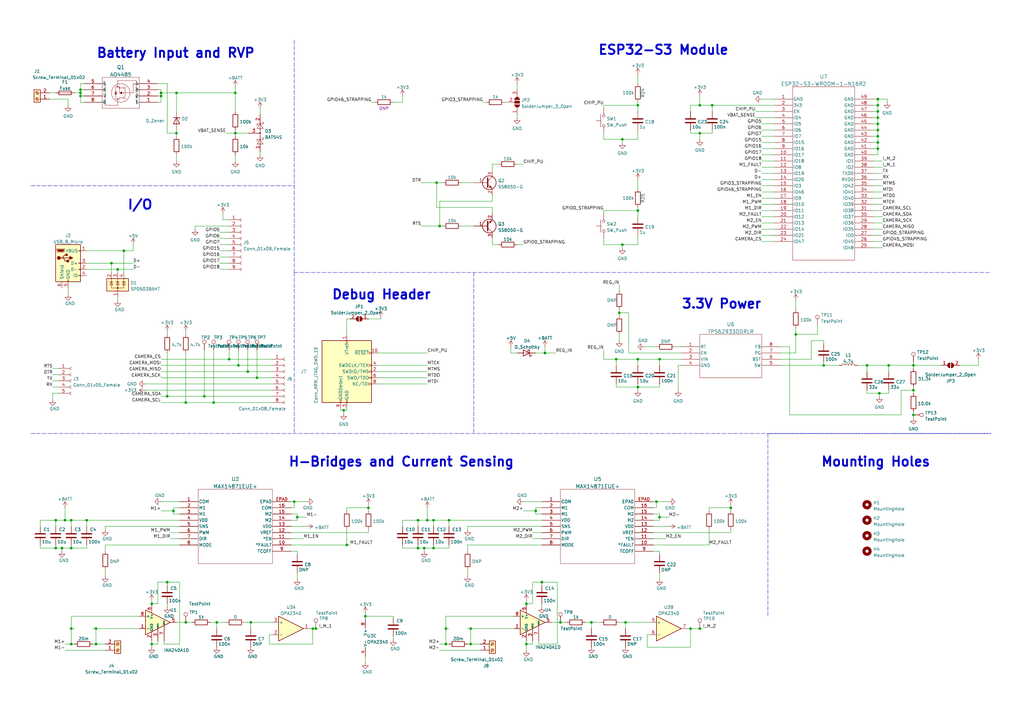
<source format=kicad_sch>
(kicad_sch (version 20231120) (generator "eeschema") (generator_version "8.0")
  (paper "A3")
  (title_block (title "ESP32 Example: Motor Controller") (date "2023-08-07") (rev "A") (company "ECE 445"))
  (junction (at 22.86 224.79))
  (junction (at 29.21 224.79))
  (junction (at 175.26 213.36))
  (junction (at 120.65 205.74))
  (junction (at 76.2 165.1))
  (junction (at 261.62 43.18))
  (junction (at 72.39 54.61))
  (junction (at 105.41 154.94))
  (junction (at 29.21 264.16))
  (junction (at 223.52 144.78))
  (junction (at 128.27 257.81))
  (junction (at 48.26 110.49))
  (junction (at 66.04 38.1))
  (junction (at 184.15 213.36))
  (junction (at 102.87 255.27))
  (junction (at 33.02 39.37))
  (junction (at 360.045 55.88))
  (junction (at 173.99 224.79))
  (junction (at 171.45 213.36))
  (junction (at 29.21 257.81))
  (junction (at 261.62 158.75))
  (junction (at 287.02 257.81))
  (junction (at 35.56 213.36))
  (junction (at 360.045 45.72))
  (junction (at 215.9 264.16))
  (junction (at 364.49 149.86))
  (junction (at 29.21 213.36))
  (junction (at 270.51 212.09))
  (junction (at 121.92 212.09))
  (junction (at 182.88 257.81))
  (junction (at 287.02 43.18))
  (junction (at 360.045 48.26))
  (junction (at 129.54 257.81))
  (junction (at 326.39 137.16))
  (junction (at 193.04 257.81))
  (junction (at 337.82 149.86))
  (junction (at 360.045 50.8))
  (junction (at 97.79 149.86))
  (junction (at 68.58 162.56))
  (junction (at 33.02 38.1))
  (junction (at 261.62 147.32))
  (junction (at 71.12 209.55))
  (junction (at 76.2 255.27))
  (junction (at 22.86 213.36))
  (junction (at 287.02 54.61))
  (junction (at 87.63 165.1))
  (junction (at 140.97 168.275))
  (junction (at 374.65 170.18))
  (junction (at 177.8 213.36))
  (junction (at 229.87 255.27))
  (junction (at 222.25 238.76))
  (junction (at 151.13 208.28))
  (junction (at 93.98 147.32))
  (junction (at 360.68 161.29))
  (junction (at 180.34 92.71))
  (junction (at 96.52 38.1))
  (junction (at 62.23 247.65))
  (junction (at 270.51 147.32))
  (junction (at 177.8 224.79))
  (junction (at 360.045 40.64))
  (junction (at 283.21 257.81))
  (junction (at 299.72 208.28))
  (junction (at 242.57 255.27))
  (junction (at 255.27 57.15))
  (junction (at 179.07 74.93))
  (junction (at 66.04 39.37))
  (junction (at 360.045 53.34))
  (junction (at 360.045 60.96))
  (junction (at 25.4 224.79))
  (junction (at 252.73 147.32))
  (junction (at 33.02 36.83))
  (junction (at 182.88 264.16))
  (junction (at 171.45 224.79))
  (junction (at 68.58 238.76))
  (junction (at 142.24 223.52))
  (junction (at 374.65 149.86))
  (junction (at 374.65 160.02))
  (junction (at 88.9 255.27))
  (junction (at 254 128.27))
  (junction (at 360.045 43.18))
  (junction (at 72.39 38.1))
  (junction (at 215.9 247.65))
  (junction (at 39.37 264.16))
  (junction (at 83.82 162.56))
  (junction (at 39.37 257.81))
  (junction (at 62.23 264.16))
  (junction (at 219.71 209.55))
  (junction (at 255.27 100.33))
  (junction (at 149.86 252.73))
  (junction (at 269.24 205.74))
  (junction (at 292.1 43.18))
  (junction (at 256.54 255.27))
  (junction (at 360.045 58.42))
  (junction (at 261.62 86.36))
  (junction (at 45.72 107.95))
  (junction (at 26.67 213.36))
  (junction (at 355.6 149.86))
  (junction (at 96.52 54.61))
  (junction (at 101.6 152.4))
  (junction (at 50.8 102.87))
  (junction (at 193.04 264.16))
  (wire (pts (xy 270.51 158.75) (xy 261.62 158.75)))
  (wire (pts (xy 207.01 41.91) (xy 208.28 41.91)))
  (wire (pts (xy 215.9 247.65) (xy 218.44 247.65)))
  (wire (pts (xy 177.8 224.79) (xy 173.99 224.79)))
  (wire (pts (xy 182.88 252.73) (xy 182.88 257.81)))
  (wire (pts (xy 64.77 36.83) (xy 66.04 36.83)))
  (wire (pts (xy 299.72 217.17) (xy 299.72 218.44)))
  (wire (pts (xy 358.14 101.6) (xy 361.95 101.6)))
  (wire (pts (xy 59.69 160.02) (xy 111.76 160.02)))
  (polyline (pts (xy 12.7 177.8) (xy 406.4 177.8)) (stroke (width 0) (type dash)))
  (wire (pts (xy 219.71 144.78) (xy 223.52 144.78)))
  (wire (pts (xy 64.77 262.89) (xy 64.77 264.16)))
  (wire (pts (xy 218.44 262.89) (xy 218.44 264.16)))
  (wire (pts (xy 173.99 224.79) (xy 173.99 226.06)))
  (wire (pts (xy 76.2 165.1) (xy 87.63 165.1)))
  (wire (pts (xy 22.86 213.36) (xy 26.67 213.36)))
  (wire (pts (xy 374.65 168.91) (xy 374.65 170.18)))
  (wire (pts (xy 261.62 85.09) (xy 261.62 86.36)))
  (wire (pts (xy 269.24 208.28) (xy 267.97 208.28)))
  (wire (pts (xy 172.72 92.71) (xy 180.34 92.71)))
  (wire (pts (xy 374.65 160.02) (xy 374.65 161.29)))
  (wire (pts (xy 358.14 60.96) (xy 360.045 60.96)))
  (wire (pts (xy 212.09 46.99) (xy 212.09 48.26)))
  (wire (pts (xy 184.15 213.36) (xy 184.15 215.9)))
  (wire (pts (xy 218.44 220.98) (xy 222.25 220.98)))
  (wire (pts (xy 73.66 264.16) (xy 73.66 238.76)))
  (wire (pts (xy 106.68 62.23) (xy 106.68 63.5)))
  (wire (pts (xy 96.52 54.61) (xy 96.52 55.88)))
  (wire (pts (xy 119.38 218.44) (xy 151.13 218.44)))
  (wire (pts (xy 257.81 144.78) (xy 257.81 128.27)))
  (wire (pts (xy 29.21 257.81) (xy 29.21 264.16)))
  (wire (pts (xy 283.21 54.61) (xy 287.02 54.61)))
  (wire (pts (xy 154.94 154.94) (xy 175.26 154.94)))
  (wire (pts (xy 62.23 246.38) (xy 62.23 247.65)))
  (wire (pts (xy 337.82 139.7) (xy 337.82 140.97)))
  (wire (pts (xy 337.82 149.86) (xy 344.17 149.86)))
  (wire (pts (xy 33.02 41.91) (xy 34.29 41.91)))
  (wire (pts (xy 33.02 39.37) (xy 34.29 39.37)))
  (wire (pts (xy 240.03 255.27) (xy 242.57 255.27)))
  (wire (pts (xy 290.83 208.28) (xy 299.72 208.28)))
  (wire (pts (xy 265.43 260.35) (xy 265.43 265.43)))
  (wire (pts (xy 16.51 224.79) (xy 22.86 224.79)))
  (wire (pts (xy 312.42 76.2) (xy 317.5 76.2)))
  (wire (pts (xy 57.15 257.81) (xy 39.37 257.81)))
  (wire (pts (xy 201.93 82.55) (xy 180.34 82.55)))
  (wire (pts (xy 247.65 147.32) (xy 252.73 147.32)))
  (wire (pts (xy 351.79 149.86) (xy 355.6 149.86)))
  (polyline (pts (xy 120.65 111.76) (xy 120.65 177.8)) (stroke (width 0) (type dash)))
  (wire (pts (xy 201.93 97.79) (xy 201.93 100.33)))
  (wire (pts (xy 119.38 220.98) (xy 124.46 220.98)))
  (wire (pts (xy 182.88 257.81) (xy 182.88 264.16)))
  (wire (pts (xy 360.045 60.96) (xy 360.045 58.42)))
  (wire (pts (xy 142.24 168.275) (xy 140.97 168.275)))
  (wire (pts (xy 97.79 149.86) (xy 111.76 149.86)))
  (wire (pts (xy 29.21 224.79) (xy 25.4 224.79)))
  (wire (pts (xy 30.48 38.1) (xy 33.02 38.1)))
  (wire (pts (xy 228.6 238.76) (xy 222.25 238.76)))
  (wire (pts (xy 43.18 223.52) (xy 73.66 223.52)))
  (wire (pts (xy 374.65 170.18) (xy 374.65 171.45)))
  (wire (pts (xy 66.04 149.86) (xy 97.79 149.86)))
  (wire (pts (xy 360.045 63.5) (xy 360.045 60.96)))
  (wire (pts (xy 149.86 252.73) (xy 149.86 254)))
  (wire (pts (xy 283.21 257.81) (xy 283.21 265.43)))
  (wire (pts (xy 76.2 144.78) (xy 76.2 165.1)))
  (wire (pts (xy 312.42 58.42) (xy 317.5 58.42)))
  (wire (pts (xy 312.42 53.34) (xy 317.5 53.34)))
  (wire (pts (xy 68.58 247.65) (xy 68.58 248.92)))
  (wire (pts (xy 261.62 43.18) (xy 261.62 45.72)))
  (wire (pts (xy 25.4 224.79) (xy 25.4 226.06)))
  (wire (pts (xy 254 255.27) (xy 256.54 255.27)))
  (wire (pts (xy 312.42 73.66) (xy 317.5 73.66)))
  (wire (pts (xy 119.38 205.74) (xy 120.65 205.74)))
  (wire (pts (xy 360.045 55.88) (xy 360.045 53.34)))
  (wire (pts (xy 121.92 234.95) (xy 121.92 237.49)))
  (wire (pts (xy 119.38 223.52) (xy 142.24 223.52)))
  (wire (pts (xy 76.2 135.89) (xy 76.2 137.16)))
  (wire (pts (xy 39.37 264.16) (xy 43.18 264.16)))
  (wire (pts (xy 33.02 38.1) (xy 33.02 39.37)))
  (wire (pts (xy 177.8 224.79) (xy 184.15 224.79)))
  (wire (pts (xy 87.63 165.1) (xy 111.76 165.1)))
  (wire (pts (xy 261.62 158.75) (xy 261.62 160.02)))
  (wire (pts (xy 29.21 257.81) (xy 30.48 257.81)))
  (wire (pts (xy 255.27 100.33) (xy 255.27 101.6)))
  (wire (pts (xy 96.52 63.5) (xy 96.52 66.04)))
  (wire (pts (xy 201.93 67.31) (xy 201.93 69.85)))
  (wire (pts (xy 320.04 144.78) (xy 326.39 144.78)))
  (wire (pts (xy 360.68 161.29) (xy 360.68 162.56)))
  (wire (pts (xy 62.23 262.89) (xy 62.23 264.16)))
  (wire (pts (xy 86.36 255.27) (xy 88.9 255.27)))
  (wire (pts (xy 270.51 149.86) (xy 270.51 147.32)))
  (wire (pts (xy 283.21 43.18) (xy 287.02 43.18)))
  (wire (pts (xy 64.77 264.16) (xy 62.23 264.16)))
  (wire (pts (xy 214.63 205.74) (xy 222.25 205.74)))
  (wire (pts (xy 171.45 224.79) (xy 173.99 224.79)))
  (wire (pts (xy 255.27 57.15) (xy 255.27 58.42)))
  (wire (pts (xy 247.65 86.36) (xy 261.62 86.36)))
  (wire (pts (xy 223.52 144.78) (xy 227.965 144.78)))
  (wire (pts (xy 261.62 149.86) (xy 261.62 147.32)))
  (wire (pts (xy 66.04 205.74) (xy 73.66 205.74)))
  (wire (pts (xy 100.33 255.27) (xy 102.87 255.27)))
  (wire (pts (xy 358.14 88.9) (xy 361.95 88.9)))
  (wire (pts (xy 281.94 257.81) (xy 283.21 257.81)))
  (wire (pts (xy 119.38 226.06) (xy 121.92 226.06)))
  (wire (pts (xy 35.56 223.52) (xy 35.56 224.79)))
  (wire (pts (xy 128.27 257.81) (xy 129.54 257.81)))
  (wire (pts (xy 91.44 90.17) (xy 93.98 90.17)))
  (wire (pts (xy 193.04 257.81) (xy 193.04 264.16)))
  (wire (pts (xy 72.39 54.61) (xy 72.39 55.88)))
  (wire (pts (xy 35.56 213.36) (xy 35.56 215.9)))
  (wire (pts (xy 27.94 118.11) (xy 27.94 120.65)))
  (wire (pts (xy 267.97 226.06) (xy 270.51 226.06)))
  (wire (pts (xy 143.51 130.81) (xy 142.24 130.81)))
  (wire (pts (xy 270.51 210.82) (xy 270.51 212.09)))
  (wire (pts (xy 48.26 121.92) (xy 48.26 123.19)))
  (wire (pts (xy 72.39 38.1) (xy 96.52 38.1)))
  (wire (pts (xy 180.34 266.7) (xy 196.85 266.7)))
  (wire (pts (xy 312.42 83.82) (xy 317.5 83.82)))
  (wire (pts (xy 139.7 167.64) (xy 139.7 168.275)))
  (wire (pts (xy 119.38 213.36) (xy 121.92 213.36)))
  (wire (pts (xy 102.87 255.27) (xy 102.87 257.81)))
  (wire (pts (xy 191.77 257.81) (xy 193.04 257.81)))
  (wire (pts (xy 261.62 30.48) (xy 261.62 34.29)))
  (wire (pts (xy 358.14 50.8) (xy 360.045 50.8)))
  (wire (pts (xy 72.39 54.61) (xy 68.58 54.61)))
  (wire (pts (xy 90.17 107.95) (xy 93.98 107.95)))
  (wire (pts (xy 120.65 208.28) (xy 119.38 208.28)))
  (wire (pts (xy 267.97 223.52) (xy 290.83 223.52)))
  (wire (pts (xy 142.24 167.64) (xy 142.24 168.275)))
  (wire (pts (xy 309.88 45.72) (xy 317.5 45.72)))
  (wire (pts (xy 72.39 53.34) (xy 72.39 54.61)))
  (wire (pts (xy 22.86 224.79) (xy 25.4 224.79)))
  (wire (pts (xy 111.76 260.35) (xy 110.49 260.35)))
  (wire (pts (xy 165.1 224.79) (xy 165.1 223.52)))
  (wire (pts (xy 360.045 53.34) (xy 360.045 50.8)))
  (wire (pts (xy 312.42 78.74) (xy 317.5 78.74)))
  (wire (pts (xy 149.86 252.73) (xy 161.29 252.73)))
  (wire (pts (xy 332.74 139.7) (xy 337.82 139.7)))
  (wire (pts (xy 68.58 34.29) (xy 64.77 34.29)))
  (wire (pts (xy 180.34 264.16) (xy 182.88 264.16)))
  (wire (pts (xy 71.12 209.55) (xy 71.12 210.82)))
  (wire (pts (xy 254 116.84) (xy 254 119.38)))
  (wire (pts (xy 191.77 215.9) (xy 222.25 215.9)))
  (wire (pts (xy 364.49 149.86) (xy 374.65 149.86)))
  (wire (pts (xy 161.29 252.73) (xy 161.29 253.365)))
  (wire (pts (xy 358.14 96.52) (xy 361.95 96.52)))
  (wire (pts (xy 290.83 209.55) (xy 290.83 208.28)))
  (wire (pts (xy 151.13 208.28) (xy 151.13 209.55)))
  (wire (pts (xy 218.44 218.44) (xy 222.25 218.44)))
  (wire (pts (xy 20.32 38.1) (xy 22.86 38.1)))
  (wire (pts (xy 222.25 240.03) (xy 222.25 238.76)))
  (wire (pts (xy 121.92 212.09) (xy 125.73 212.09)))
  (polyline (pts (xy 12.7 76.2) (xy 120.65 76.2)) (stroke (width 0) (type dash)))
  (wire (pts (xy 220.98 264.16) (xy 228.6 264.16)))
  (wire (pts (xy 66.04 154.94) (xy 105.41 154.94)))
  (wire (pts (xy 165.1 224.79) (xy 171.45 224.79)))
  (wire (pts (xy 175.26 213.36) (xy 177.8 213.36)))
  (wire (pts (xy 80.01 92.71) (xy 93.98 92.71)))
  (wire (pts (xy 29.21 213.36) (xy 35.56 213.36)))
  (wire (pts (xy 72.39 255.27) (xy 76.2 255.27)))
  (wire (pts (xy 257.81 128.27) (xy 254 128.27)))
  (wire (pts (xy 177.8 213.36) (xy 177.8 215.9)))
  (wire (pts (xy 151.13 207.01) (xy 151.13 208.28)))
  (wire (pts (xy 90.17 95.25) (xy 93.98 95.25)))
  (wire (pts (xy 247.65 97.79) (xy 247.65 100.33)))
  (wire (pts (xy 292.1 43.18) (xy 317.5 43.18)))
  (wire (pts (xy 96.52 54.61) (xy 101.6 54.61)))
  (wire (pts (xy 16.51 224.79) (xy 16.51 223.52)))
  (wire (pts (xy 226.06 255.27) (xy 229.87 255.27)))
  (wire (pts (xy 21.59 153.67) (xy 24.13 153.67)))
  (wire (pts (xy 64.77 238.76) (xy 64.77 247.65)))
  (wire (pts (xy 68.58 135.89) (xy 68.58 137.16)))
  (wire (pts (xy 96.52 38.1) (xy 96.52 45.72)))
  (wire (pts (xy 69.85 218.44) (xy 73.66 218.44)))
  (wire (pts (xy 106.68 44.45) (xy 106.68 46.99)))
  (wire (pts (xy 54.61 100.33) (xy 54.61 102.87)))
  (wire (pts (xy 151.13 217.17) (xy 151.13 218.44)))
  (wire (pts (xy 62.23 247.65) (xy 64.77 247.65)))
  (wire (pts (xy 154.94 152.4) (xy 175.26 152.4)))
  (wire (pts (xy 191.77 223.52) (xy 222.25 223.52)))
  (wire (pts (xy 110.49 264.16) (xy 128.27 264.16)))
  (wire (pts (xy 57.15 252.73) (xy 29.21 252.73)))
  (wire (pts (xy 210.82 257.81) (xy 193.04 257.81)))
  (wire (pts (xy 179.07 85.09) (xy 179.07 74.93)))
  (wire (pts (xy 80.01 92.71) (xy 80.01 93.98)))
  (wire (pts (xy 312.42 63.5) (xy 317.5 63.5)))
  (wire (pts (xy 64.77 39.37) (xy 66.04 39.37)))
  (wire (pts (xy 50.8 102.87) (xy 54.61 102.87)))
  (wire (pts (xy 360.045 40.64) (xy 363.855 40.64)))
  (wire (pts (xy 96.52 38.1) (xy 96.52 35.56)))
  (wire (pts (xy 90.17 100.33) (xy 93.98 100.33)))
  (wire (pts (xy 358.14 71.12) (xy 361.95 71.12)))
  (wire (pts (xy 360.045 48.26) (xy 360.045 45.72)))
  (wire (pts (xy 35.56 102.87) (xy 50.8 102.87)))
  (wire (pts (xy 261.62 100.33) (xy 255.27 100.33)))
  (wire (pts (xy 229.87 255.27) (xy 232.41 255.27)))
  (wire (pts (xy 66.04 162.56) (xy 68.58 162.56)))
  (wire (pts (xy 358.14 81.28) (xy 361.95 81.28)))
  (wire (pts (xy 320.04 147.32) (xy 332.74 147.32)))
  (wire (pts (xy 358.14 63.5) (xy 360.045 63.5)))
  (wire (pts (xy 287.02 54.61) (xy 292.1 54.61)))
  (wire (pts (xy 358.14 55.88) (xy 360.045 55.88)))
  (wire (pts (xy 270.51 234.95) (xy 270.51 237.49)))
  (wire (pts (xy 254 128.27) (xy 254 129.54)))
  (wire (pts (xy 266.7 260.35) (xy 265.43 260.35)))
  (wire (pts (xy 360.68 161.29) (xy 364.49 161.29)))
  (wire (pts (xy 358.14 53.34) (xy 360.045 53.34)))
  (wire (pts (xy 48.26 110.49) (xy 48.26 111.76)))
  (wire (pts (xy 358.14 86.36) (xy 361.95 86.36)))
  (wire (pts (xy 323.85 170.18) (xy 323.85 142.24)))
  (wire (pts (xy 142.24 217.17) (xy 142.24 223.52)))
  (wire (pts (xy 66.04 147.32) (xy 93.98 147.32)))
  (wire (pts (xy 91.44 87.63) (xy 91.44 90.17)))
  (wire (pts (xy 90.17 97.79) (xy 93.98 97.79)))
  (wire (pts (xy 119.38 210.82) (xy 121.92 210.82)))
  (wire (pts (xy 48.26 110.49) (xy 54.61 110.49)))
  (wire (pts (xy 184.15 223.52) (xy 184.15 224.79)))
  (wire (pts (xy 73.66 208.28) (xy 71.12 208.28)))
  (wire (pts (xy 267.97 220.98) (xy 273.05 220.98)))
  (wire (pts (xy 154.94 157.48) (xy 175.26 157.48)))
  (wire (pts (xy 35.56 213.36) (xy 73.66 213.36)))
  (wire (pts (xy 26.67 213.36) (xy 29.21 213.36)))
  (wire (pts (xy 358.14 76.2) (xy 361.95 76.2)))
  (wire (pts (xy 287.02 54.61) (xy 287.02 57.15)))
  (wire (pts (xy 332.74 147.32) (xy 332.74 139.7)))
  (wire (pts (xy 90.17 102.87) (xy 93.98 102.87)))
  (wire (pts (xy 358.14 68.58) (xy 361.95 68.58)))
  (wire (pts (xy 22.86 213.36) (xy 22.86 215.9)))
  (wire (pts (xy 360.045 40.64) (xy 360.045 43.18)))
  (wire (pts (xy 358.14 91.44) (xy 361.95 91.44)))
  (wire (pts (xy 261.62 86.36) (xy 261.62 88.9)))
  (wire (pts (xy 283.21 257.81) (xy 287.02 257.81)))
  (wire (pts (xy 358.14 83.82) (xy 361.95 83.82)))
  (wire (pts (xy 22.86 223.52) (xy 22.86 224.79)))
  (wire (pts (xy 374.65 151.13) (xy 374.65 149.86)))
  (wire (pts (xy 201.93 87.63) (xy 201.93 85.09)))
  (wire (pts (xy 177.8 213.36) (xy 184.15 213.36)))
  (wire (pts (xy 228.6 264.16) (xy 228.6 238.76)))
  (wire (pts (xy 172.72 74.93) (xy 179.07 74.93)))
  (wire (pts (xy 96.52 53.34) (xy 96.52 54.61)))
  (wire (pts (xy 93.98 147.32) (xy 111.76 147.32)))
  (wire (pts (xy 335.28 133.35) (xy 335.28 137.16)))
  (wire (pts (xy 261.62 41.91) (xy 261.62 43.18)))
  (wire (pts (xy 66.04 38.1) (xy 66.04 39.37)))
  (wire (pts (xy 129.54 257.81) (xy 130.81 257.81)))
  (wire (pts (xy 222.25 247.65) (xy 222.25 248.92)))
  (wire (pts (xy 33.02 39.37) (xy 33.02 41.91)))
  (wire (pts (xy 140.97 168.275) (xy 140.97 169.545)))
  (wire (pts (xy 179.07 74.93) (xy 181.61 74.93)))
  (wire (pts (xy 364.49 152.4) (xy 364.49 149.86)))
  (wire (pts (xy 358.14 73.66) (xy 361.95 73.66)))
  (wire (pts (xy 209.55 144.78) (xy 212.09 144.78)))
  (wire (pts (xy 165.1 213.36) (xy 171.45 213.36)))
  (wire (pts (xy 210.82 252.73) (xy 182.88 252.73)))
  (wire (pts (xy 27.94 40.64) (xy 27.94 43.18)))
  (wire (pts (xy 83.82 143.51) (xy 83.82 162.56)))
  (wire (pts (xy 374.65 160.02) (xy 369.57 160.02)))
  (wire (pts (xy 142.24 208.28) (xy 151.13 208.28)))
  (wire (pts (xy 64.77 41.91) (xy 66.04 41.91)))
  (wire (pts (xy 312.42 91.44) (xy 317.5 91.44)))
  (wire (pts (xy 33.02 34.29) (xy 33.02 36.83)))
  (wire (pts (xy 283.21 265.43) (xy 265.43 265.43)))
  (wire (pts (xy 149.86 251.46) (xy 149.86 252.73)))
  (wire (pts (xy 270.51 147.32) (xy 279.4 147.32)))
  (wire (pts (xy 358.14 48.26) (xy 360.045 48.26)))
  (wire (pts (xy 212.09 67.31) (xy 214.63 67.31)))
  (wire (pts (xy 256.54 255.27) (xy 266.7 255.27)))
  (wire (pts (xy 252.73 157.48) (xy 252.73 158.75)))
  (wire (pts (xy 184.15 213.36) (xy 222.25 213.36)))
  (wire (pts (xy 374.65 149.86) (xy 386.08 149.86)))
  (wire (pts (xy 374.65 148.59) (xy 374.65 149.86)))
  (wire (pts (xy 292.1 53.34) (xy 292.1 54.61)))
  (wire (pts (xy 66.04 36.83) (xy 66.04 38.1)))
  (wire (pts (xy 247.65 57.15) (xy 255.27 57.15)))
  (wire (pts (xy 358.14 40.64) (xy 360.045 40.64)))
  (wire (pts (xy 38.1 257.81) (xy 39.37 257.81)))
  (wire (pts (xy 247.65 43.18) (xy 261.62 43.18)))
  (wire (pts (xy 43.18 223.52) (xy 43.18 226.06)))
  (wire (pts (xy 312.42 68.58) (xy 317.5 68.58)))
  (wire (pts (xy 66.04 38.1) (xy 72.39 38.1)))
  (wire (pts (xy 90.17 105.41) (xy 93.98 105.41)))
  (wire (pts (xy 105.41 154.94) (xy 111.76 154.94)))
  (wire (pts (xy 128.27 257.81) (xy 127 257.81)))
  (wire (pts (xy 182.88 264.16) (xy 184.15 264.16)))
  (wire (pts (xy 355.6 161.29) (xy 360.68 161.29)))
  (wire (pts (xy 358.14 99.06) (xy 361.95 99.06)))
  (wire (pts (xy 261.62 73.66) (xy 261.62 77.47)))
  (wire (pts (xy 110.49 260.35) (xy 110.49 264.16)))
  (wire (pts (xy 222.25 238.76) (xy 218.44 238.76)))
  (wire (pts (xy 175.26 213.36) (xy 175.26 208.28)))
  (wire (pts (xy 43.18 215.9) (xy 43.18 217.17)))
  (wire (pts (xy 93.98 143.51) (xy 93.98 147.32)))
  (wire (pts (xy 21.59 161.29) (xy 21.59 163.83)))
  (wire (pts (xy 269.24 205.74) (xy 274.32 205.74)))
  (wire (pts (xy 279.4 144.78) (xy 257.81 144.78)))
  (wire (pts (xy 261.62 96.52) (xy 261.62 100.33)))
  (wire (pts (xy 312.42 86.36) (xy 317.5 86.36)))
  (wire (pts (xy 92.71 54.61) (xy 96.52 54.61)))
  (wire (pts (xy 68.58 162.56) (xy 83.82 162.56)))
  (wire (pts (xy 171.45 213.36) (xy 171.45 215.9)))
  (wire (pts (xy 261.62 57.15) (xy 255.27 57.15)))
  (wire (pts (xy 401.32 147.32) (xy 401.32 149.86)))
  (wire (pts (xy 171.45 213.36) (xy 175.26 213.36)))
  (wire (pts (xy 212.09 100.33) (xy 214.63 100.33)))
  (wire (pts (xy 68.58 240.03) (xy 68.58 238.76)))
  (wire (pts (xy 191.77 233.68) (xy 191.77 236.22)))
  (wire (pts (xy 358.14 45.72) (xy 360.045 45.72)))
  (wire (pts (xy 161.29 41.91) (xy 165.1 41.91)))
  (wire (pts (xy 66.04 165.1) (xy 76.2 165.1)))
  (wire (pts (xy 219.71 209.55) (xy 219.71 210.82)))
  (wire (pts (xy 312.42 93.98) (xy 317.5 93.98)))
  (wire (pts (xy 267.97 210.82) (xy 270.51 210.82)))
  (wire (pts (xy 180.34 82.55) (xy 180.34 92.71)))
  (wire (pts (xy 193.04 264.16) (xy 196.85 264.16)))
  (wire (pts (xy 33.02 36.83) (xy 33.02 38.1)))
  (polyline (pts (xy 194.31 111.76) (xy 194.31 177.8)) (stroke (width 0) (type dash)))
  (wire (pts (xy 29.21 213.36) (xy 29.21 215.9)))
  (wire (pts (xy 283.21 45.72) (xy 283.21 43.18)))
  (wire (pts (xy 358.14 58.42) (xy 360.045 58.42)))
  (wire (pts (xy 270.51 147.32) (xy 261.62 147.32)))
  (wire (pts (xy 154.94 149.86) (xy 175.26 149.86)))
  (wire (pts (xy 218.44 264.16) (xy 215.9 264.16)))
  (wire (pts (xy 59.69 157.48) (xy 111.76 157.48)))
  (wire (pts (xy 256.54 255.27) (xy 256.54 257.81)))
  (wire (pts (xy 364.49 149.86) (xy 355.6 149.86)))
  (wire (pts (xy 326.39 137.16) (xy 326.39 144.78)))
  (wire (pts (xy 105.41 143.51) (xy 105.41 154.94)))
  (wire (pts (xy 45.72 107.95) (xy 45.72 111.76)))
  (wire (pts (xy 355.6 149.86) (xy 355.6 152.4)))
  (wire (pts (xy 182.88 257.81) (xy 184.15 257.81)))
  (wire (pts (xy 142.24 223.52) (xy 143.51 223.52)))
  (wire (pts (xy 68.58 144.78) (xy 68.58 162.56)))
  (wire (pts (xy 247.65 54.61) (xy 247.65 57.15)))
  (wire (pts (xy 24.13 161.29) (xy 21.59 161.29)))
  (wire (pts (xy 247.65 44.45) (xy 247.65 43.18)))
  (wire (pts (xy 119.38 215.9) (xy 125.73 215.9)))
  (wire (pts (xy 369.57 170.18) (xy 323.85 170.18)))
  (wire (pts (xy 180.34 92.71) (xy 181.61 92.71)))
  (wire (pts (xy 161.29 260.985) (xy 161.29 262.255)))
  (wire (pts (xy 97.79 143.51) (xy 97.79 149.86)))
  (wire (pts (xy 374.65 158.75) (xy 374.65 160.02)))
  (wire (pts (xy 270.51 157.48) (xy 270.51 158.75)))
  (wire (pts (xy 299.72 208.28) (xy 299.72 209.55)))
  (wire (pts (xy 120.65 205.74) (xy 125.73 205.74)))
  (wire (pts (xy 142.24 130.81) (xy 142.24 137.16)))
  (wire (pts (xy 21.59 151.13) (xy 24.13 151.13)))
  (wire (pts (xy 215.9 246.38) (xy 215.9 247.65)))
  (wire (pts (xy 254 137.16) (xy 254 139.7)))
  (wire (pts (xy 360.045 50.8) (xy 360.045 48.26)))
  (wire (pts (xy 128.27 264.16) (xy 128.27 257.81)))
  (wire (pts (xy 220.98 262.89) (xy 220.98 264.16)))
  (wire (pts (xy 165.1 215.9) (xy 165.1 213.36)))
  (wire (pts (xy 16.51 213.36) (xy 22.86 213.36)))
  (wire (pts (xy 43.18 215.9) (xy 73.66 215.9)))
  (wire (pts (xy 39.37 257.81) (xy 39.37 264.16)))
  (wire (pts (xy 68.58 54.61) (xy 68.58 34.29)))
  (wire (pts (xy 191.77 264.16) (xy 193.04 264.16)))
  (wire (pts (xy 279.4 149.86) (xy 278.13 149.86)))
  (wire (pts (xy 101.6 152.4) (xy 111.76 152.4)))
  (wire (pts (xy 151.13 130.81) (xy 156.21 130.81)))
  (wire (pts (xy 252.73 147.32) (xy 252.73 149.86)))
  (wire (pts (xy 21.59 156.21) (xy 24.13 156.21)))
  (wire (pts (xy 201.93 80.01) (xy 201.93 82.55)))
  (polyline (pts (xy 120.65 111.76) (xy 406.4 111.76)) (stroke (width 0) (type dash)))
  (wire (pts (xy 68.58 238.76) (xy 64.77 238.76)))
  (wire (pts (xy 267.97 215.9) (xy 274.32 215.9)))
  (wire (pts (xy 287.02 257.81) (xy 288.29 257.81)))
  (wire (pts (xy 287.02 39.37) (xy 287.02 43.18)))
  (wire (pts (xy 66.04 209.55) (xy 71.12 209.55)))
  (wire (pts (xy 204.47 67.31) (xy 201.93 67.31)))
  (wire (pts (xy 312.42 96.52) (xy 317.5 96.52)))
  (wire (pts (xy 87.63 143.51) (xy 87.63 165.1)))
  (wire (pts (xy 326.39 123.19) (xy 326.39 127)))
  (wire (pts (xy 102.87 255.27) (xy 111.76 255.27)))
  (wire (pts (xy 34.29 34.29) (xy 33.02 34.29)))
  (wire (pts (xy 278.13 149.86) (xy 278.13 160.02)))
  (wire (pts (xy 76.2 255.27) (xy 78.74 255.27)))
  (wire (pts (xy 189.23 74.93) (xy 194.31 74.93)))
  (wire (pts (xy 222.25 208.28) (xy 219.71 208.28)))
  (wire (pts (xy 66.04 152.4) (xy 101.6 152.4)))
  (wire (pts (xy 312.42 81.28) (xy 317.5 81.28)))
  (wire (pts (xy 247.65 87.63) (xy 247.65 86.36)))
  (wire (pts (xy 35.56 110.49) (xy 48.26 110.49)))
  (wire (pts (xy 201.93 100.33) (xy 204.47 100.33)))
  (wire (pts (xy 270.51 212.09) (xy 274.32 212.09)))
  (wire (pts (xy 264.16 142.24) (xy 269.24 142.24)))
  (wire (pts (xy 121.92 212.09) (xy 121.92 213.36)))
  (wire (pts (xy 219.71 210.82) (xy 222.25 210.82)))
  (wire (pts (xy 363.855 41.91) (xy 363.855 40.64)))
  (wire (pts (xy 90.17 110.49) (xy 93.98 110.49)))
  (wire (pts (xy 323.85 142.24) (xy 320.04 142.24)))
  (wire (pts (xy 242.57 255.27) (xy 246.38 255.27)))
  (wire (pts (xy 215.9 264.16) (xy 215.9 266.7)))
  (wire (pts (xy 299.72 207.01) (xy 299.72 208.28)))
  (wire (pts (xy 360.045 43.18) (xy 358.14 43.18)))
  (wire (pts (xy 218.44 238.76) (xy 218.44 247.65)))
  (wire (pts (xy 254 127) (xy 254 128.27)))
  (wire (pts (xy 360.045 45.72) (xy 360.045 43.18)))
  (wire (pts (xy 156.21 130.175) (xy 156.21 130.81)))
  (wire (pts (xy 312.42 60.96) (xy 317.5 60.96)))
  (polyline (pts (xy 120.65 16.51) (xy 120.65 111.76)) (stroke (width 0) (type dash)))
  (wire (pts (xy 177.8 223.52) (xy 177.8 224.79)))
  (wire (pts (xy 358.14 66.04) (xy 361.95 66.04)))
  (wire (pts (xy 29.21 223.52) (xy 29.21 224.79)))
  (wire (pts (xy 72.39 63.5) (xy 72.39 66.04)))
  (wire (pts (xy 215.9 262.89) (xy 215.9 264.16)))
  (wire (pts (xy 283.21 53.34) (xy 283.21 54.61)))
  (wire (pts (xy 68.58 238.76) (xy 73.66 238.76)))
  (wire (pts (xy 267.97 218.44) (xy 299.72 218.44)))
  (wire (pts (xy 269.24 205.74) (xy 269.24 208.28)))
  (wire (pts (xy 312.42 50.8) (xy 317.5 50.8)))
  (wire (pts (xy 50.8 102.87) (xy 50.8 111.76)))
  (wire (pts (xy 358.14 78.74) (xy 361.95 78.74)))
  (wire (pts (xy 26.67 266.7) (xy 43.18 266.7)))
  (wire (pts (xy 312.42 40.64) (xy 317.5 40.64)))
  (wire (pts (xy 369.57 160.02) (xy 369.57 170.18)))
  (wire (pts (xy 189.23 92.71) (xy 194.31 92.71)))
  (wire (pts (xy 26.67 264.16) (xy 29.21 264.16)))
  (wire (pts (xy 267.97 213.36) (xy 270.51 213.36)))
  (wire (pts (xy 29.21 264.16) (xy 30.48 264.16)))
  (wire (pts (xy 252.73 158.75) (xy 261.62 158.75)))
  (wire (pts (xy 209.55 142.24) (xy 209.55 144.78)))
  (wire (pts (xy 312.42 71.12) (xy 317.5 71.12)))
  (wire (pts (xy 270.51 226.06) (xy 270.51 227.33)))
  (wire (pts (xy 67.31 264.16) (xy 73.66 264.16)))
  (wire (pts (xy 38.1 264.16) (xy 39.37 264.16)))
  (wire (pts (xy 261.62 53.34) (xy 261.62 57.15)))
  (wire (pts (xy 71.12 210.82) (xy 73.66 210.82)))
  (wire (pts (xy 312.42 88.9) (xy 317.5 88.9)))
  (wire (pts (xy 16.51 215.9) (xy 16.51 213.36)))
  (polyline (pts (xy 406.4 177.8) (xy 314.96 177.8)) (stroke (width 0) (type dash)))
  (wire (pts (xy 223.52 142.24) (xy 223.52 144.78)))
  (wire (pts (xy 309.88 48.26) (xy 317.5 48.26)))
  (wire (pts (xy 312.42 55.88) (xy 317.5 55.88)))
  (wire (pts (xy 88.9 255.27) (xy 92.71 255.27)))
  (wire (pts (xy 312.42 66.04) (xy 317.5 66.04)))
  (wire (pts (xy 20.32 40.64) (xy 27.94 40.64)))
  (wire (pts (xy 83.82 162.56) (xy 111.76 162.56)))
  (wire (pts (xy 276.86 142.24) (xy 279.4 142.24)))
  (wire (pts (xy 21.59 158.75) (xy 24.13 158.75)))
  (wire (pts (xy 355.6 160.02) (xy 355.6 161.29)))
  (wire (pts (xy 358.14 93.98) (xy 361.95 93.98)))
  (wire (pts (xy 219.71 208.28) (xy 219.71 209.55)))
  (wire (pts (xy 201.93 85.09) (xy 179.07 85.09)))
  (wire (pts (xy 120.65 205.74) (xy 120.65 208.28)))
  (wire (pts (xy 66.04 39.37) (xy 66.04 41.91)))
  (wire (pts (xy 29.21 252.73) (xy 29.21 257.81)))
  (wire (pts (xy 72.39 38.1) (xy 72.39 45.72)))
  (wire (pts (xy 71.12 208.28) (xy 71.12 209.55)))
  (wire (pts (xy 267.97 205.74) (xy 269.24 205.74)))
  (wire (pts (xy 212.09 34.29) (xy 212.09 36.83)))
  (wire (pts (xy 261.62 157.48) (xy 261.62 158.75)))
  (wire (pts (xy 171.45 223.52) (xy 171.45 224.79)))
  (wire (pts (xy 35.56 107.95) (xy 45.72 107.95)))
  (wire (pts (xy 29.21 224.79) (xy 35.56 224.79)))
  (wire (pts (xy 198.12 41.91) (xy 199.39 41.91)))
  (wire (pts (xy 214.63 209.55) (xy 219.71 209.55)))
  (wire (pts (xy 335.28 137.16) (xy 326.39 137.16)))
  (wire (pts (xy 290.83 217.17) (xy 290.83 223.52)))
  (wire (pts (xy 154.94 144.78) (xy 175.26 144.78)))
  (wire (pts (xy 292.1 43.18) (xy 292.1 45.72)))
  (wire (pts (xy 261.62 147.32) (xy 252.73 147.32)))
  (wire (pts (xy 26.67 213.36) (xy 26.67 208.28)))
  (wire (pts (xy 287.02 43.18) (xy 292.1 43.18)))
  (wire (pts (xy 142.24 209.55) (xy 142.24 208.28)))
  (wire (pts (xy 33.02 36.83) (xy 34.29 36.83)))
  (wire (pts (xy 165.1 39.37) (xy 165.1 41.91)))
  (wire (pts (xy 191.77 215.9) (xy 191.77 217.17)))
  (wire (pts (xy 247.65 100.33) (xy 255.27 100.33)))
  (wire (pts (xy 67.31 262.89) (xy 67.31 264.16)))
  (wire (pts (xy 121.92 210.82) (xy 121.92 212.09)))
  (wire (pts (xy 139.7 168.275) (xy 140.97 168.275)))
  (wire (pts (xy 45.72 107.95) (xy 54.61 107.95)))
  (wire (pts (xy 364.49 161.29) (xy 364.49 160.02)))
  (wire (pts (xy 393.7 149.86) (xy 401.32 149.86)))
  (wire (pts (xy 247.65 143.51) (xy 247.65 147.32)))
  (wire (pts (xy 69.85 220.98) (xy 73.66 220.98)))
  (wire (pts (xy 270.51 212.09) (xy 270.51 213.36)))
  (wire (pts (xy 88.9 255.27) (xy 88.9 257.81)))
  (wire (pts (xy 337.82 148.59) (xy 337.82 149.86)))
  (wire (pts (xy 360.045 58.42) (xy 360.045 55.88)))
  (wire (pts (xy 242.57 255.27) (xy 242.57 257.81)))
  (wire (pts (xy 320.04 149.86) (xy 337.82 149.86)))
  (wire (pts (xy 43.18 233.68) (xy 43.18 236.22)))
  (wire (pts (xy 62.23 264.16) (xy 62.23 265.43)))
  (wire (pts (xy 149.86 269.24) (xy 149.86 271.78)))
  (wire (pts (xy 121.92 226.06) (xy 121.92 227.33)))
  (wire (pts (xy 191.77 223.52) (xy 191.77 226.06)))
  (polyline (pts (xy 314.96 177.8) (xy 314.96 252.73)) (stroke (width 0) (type dash)))
  (wire (pts (xy 326.39 134.62) (xy 326.39 137.16)))
  (wire (pts (xy 312.42 99.06) (xy 317.5 99.06)))
  (wire (pts (xy 101.6 143.51) (xy 101.6 152.4)))
  (wire (pts (xy 152.4 41.91) (xy 153.67 41.91)))
  (text "H-Bridges and Current Sensing" (at 118.11 191.77 0) (effects (font (size 3.81 3.81) (thickness 0.762) (bold yes)) (justify left bottom)))
  (text "ESP32-S3 Module" (at 245.11 22.86 0) (effects (font (size 3.81 3.81) (thickness 0.762) (bold yes)) (justify left bottom)))
  (text "Debug Header" (at 135.89 123.19 0) (effects (font (size 3.81 3.81) (thickness 0.762) (bold yes)) (justify left bottom)))
  (text "Mounting Holes" (at 336.55 191.77 0) (effects (font (size 3.81 3.81) (thickness 0.762) (bold yes)) (justify left bottom)))
  (text "3.3V Power" (at 279.4 127 0) (effects (font (size 3.81 3.81) (thickness 0.762) (bold yes)) (justify left bottom)))
  (text "Battery Input and RVP" (at 39.37 24.13 0) (effects (font (size 3.81 3.81) (thickness 0.762) (bold yes)) (justify left bottom)))
  (text "I/O" (at 52.07 86.36 0) (effects (font (size 3.81 3.81) (thickness 0.762) (bold yes)) (justify left bottom)))
  (label "M1_FAULT" (at 143.51 223.52 0))
  (label "REG_IN" (at 247.65 143.51 180))
  (label "M2_EN" (at 312.42 91.44 180))
  (label "CHIP_PU" (at 214.63 67.31 0))
  (label "I_M_1" (at 130.81 257.81 0))
  (label "M1_FAULT" (at 312.42 68.58 180))
  (label "CAMERA_SCK" (at 66.04 154.94 180))
  (label "M1-" (at 125.73 212.09 0))
  (label "M2_FAULT" (at 290.83 223.52 0))
  (label "RX" (at 21.59 158.75 180))
  (label "RX" (at 361.95 73.66 0))
  (label "GPIO6" (at 312.42 53.34 180))
  (label "CAMERA_SCK" (at 361.95 91.44 0))
  (label "I_M_2" (at 361.95 66.04 0))
  (label "TX" (at 21.59 156.21 180))
  (label "CAMERA_SDA" (at 361.95 88.9 0))
  (label "GPIO45_STRAPPING" (at 361.95 99.06 0))
  (label "M2-" (at 274.32 212.09 0))
  (label "CAMERA_CS" (at 66.04 147.32 180))
  (label "GPIO3_STRAPPING" (at 312.42 76.2 180))
  (label "GPIO46_STRAPPING" (at 312.42 78.74 180))
  (label "GPIO7" (at 90.17 100.33 180))
  (label "GPIO17" (at 312.42 63.5 180))
  (label "M1_EN" (at 124.46 220.98 0))
  (label "RTS" (at 21.59 151.13 180))
  (label "GPIO5" (at 312.42 50.8 180))
  (label "D-" (at 54.61 110.49 0))
  (label "GPIO16" (at 90.17 105.41 180))
  (label "CAMERA_CS" (at 312.42 99.06 180))
  (label "CHIP_PU" (at 175.26 144.78 0))
  (label "CAMERA_SCL" (at 361.95 86.36 0))
  (label "M2+" (at 180.34 264.16 180))
  (label "GPIO18" (at 90.17 110.49 180))
  (label "CHIP_PU" (at 247.65 43.18 180))
  (label "D+" (at 54.61 107.95 0))
  (label "MTCK" (at 361.95 83.82 0))
  (label "TX" (at 361.95 71.12 0))
  (label "M1_DIR" (at 312.42 86.36 180))
  (label "GPIO18" (at 312.42 66.04 180))
  (label "M1_PWM" (at 69.85 218.44 180))
  (label "GPIO16" (at 312.42 60.96 180))
  (label "CAMERA_MOSI" (at 66.04 149.86 180))
  (label "GPIO7" (at 312.42 55.88 180))
  (label "REG_IN" (at 227.965 144.78 0))
  (label "VBAT_SENSE" (at 309.88 48.26 180))
  (label "D+" (at 312.42 73.66 180))
  (label "GPIO0_STRAPPING" (at 247.65 86.36 180))
  (label "GPIO5" (at 90.17 95.25 180))
  (label "M1-" (at 26.67 266.7 180))
  (label "CAMERA_MISO" (at 66.04 152.4 180))
  (label "M2_PWM" (at 312.42 93.98 180))
  (label "D-" (at 312.42 71.12 180))
  (label "GPIO15" (at 90.17 102.87 180))
  (label "MTMS" (at 361.95 76.2 0))
  (label "MTDO" (at 361.95 81.28 0))
  (label "GPIO46_STRAPPING" (at 152.4 41.91 180))
  (label "CAMERA_SDA" (at 66.04 162.56 180))
  (label "CAMERA_MOSI" (at 361.95 101.6 0))
  (label "M1_EN" (at 312.42 81.28 180))
  (label "MTDI" (at 175.26 157.48 0))
  (label "M2+" (at 214.63 209.55 180))
  (label "GPIO17" (at 90.17 107.95 180))
  (label "MTDI" (at 361.95 78.74 0))
  (label "I_M_1" (at 361.95 68.58 0))
  (label "CHIP_PU" (at 309.88 45.72 180))
  (label "M1_PWM" (at 312.42 83.82 180))
  (label "M2_DIR" (at 218.44 220.98 180))
  (label "M2_PWM" (at 218.44 218.44 180))
  (label "M1_DIR" (at 69.85 220.98 180))
  (label "M1+" (at 66.04 209.55 180))
  (label "M1+" (at 26.67 264.16 180))
  (label "M2_DIR" (at 312.42 96.52 180))
  (label "CAMERA_MISO" (at 361.95 93.98 0))
  (label "CAMERA_SCL" (at 66.04 165.1 180))
  (label "GPIO15" (at 312.42 58.42 180))
  (label "M2_EN" (at 273.05 220.98 0))
  (label "GPIO3_STRAPPING" (at 198.12 41.91 180))
  (label "MTDO" (at 175.26 154.94 0))
  (label "VBAT_SENSE" (at 92.71 54.61 180))
  (label "DTR" (at 172.72 74.93 180))
  (label "MTCK" (at 175.26 149.86 0))
  (label "DTR" (at 21.59 153.67 180))
  (label "I_M_2" (at 288.29 257.81 0))
  (label "GPIO6" (at 90.17 97.79 180))
  (label "M2-" (at 180.34 266.7 180))
  (label "GPIO0_STRAPPING" (at 214.63 100.33 0))
  (label "M2_FAULT" (at 312.42 88.9 180))
  (label "RTS" (at 172.72 92.71 180))
  (label "REG_IN" (at 254 116.84 180))
  (label "MTMS" (at 175.26 152.4 0))
  (label "GPIO0_STRAPPING" (at 361.95 96.52 0))
  (symbol (lib_id "basic:R") (at 374.65 154.94 0) (unit 1)
    (property "Reference" "R30" (effects (hide yes)))
    (property "Value" "31.3k" (at 376.428 155.3738 0) (effects (justify left)))
    (property "Footprint" "Resistor_SMD:R_0805_2012Metric" (effects (hide yes)))
  )
  (symbol (lib_id "power:GND") (at 212.09 48.26 0) (unit 1)
    (property "Reference" "#PWR043" (effects (hide yes)))
    (property "Value" "GND" (at 212.09 52.7034 0))
  )
  (symbol (lib_id "power:GND") (at 270.51 237.49 0) (unit 1)
    (property "Reference" "#PWR058" (effects (hide yes)))
    (property "Value" "GND" (at 269.24 241.3 0) (effects (justify left)))
  )
  (symbol (lib_id "Connector:Conn_01x05_Female") (at 29.21 156.21 0) (unit 1)
    (property "Reference" "J3" (at 29.9212 155.3753 0) (effects (justify left)))
    (property "Value" "Conn_01x05_Female" (at 29.9212 157.9122 0) (effects (justify left)))
    (property "Footprint" "Connector_PinHeader_2.54mm:PinHeader_1x05_P2.54mm_Vertical" (effects (hide yes)))
  )
  (symbol (lib_id "basic:C") (at 222.25 243.84 0) (unit 1)
    (property "Reference" "C14" (at 223.52 241.3 0) (effects (justify left)))
    (property "Value" "100n" (at 222.885 246.38 0) (effects (justify left)))
    (property "Footprint" "Capacitor_SMD:C_0805_2012Metric" (effects (hide yes)))
  )
  (symbol (lib_id "basic:C") (at 283.21 49.53 0) (unit 1)
    (property "Reference" "C23" (at 286.131 49.9638 0) (effects (justify left)))
    (property "Value" "10u" (at 283.845 52.07 0) (effects (justify left)))
    (property "Footprint" "Capacitor_SMD:C_0805_2012Metric" (effects (hide yes)))
  )
  (symbol (lib_id "basic:C") (at 355.6 156.21 0) (unit 1)
    (property "Reference" "C26" (at 358.521 156.6438 0) (effects (justify left)))
    (property "Value" "33u" (at 356.235 158.75 0) (effects (justify left)))
    (property "Footprint" "Capacitor_SMD:C_0805_2012Metric" (effects (hide yes)))
    (property "Datasheet" "https://www.digikey.com/en/products/detail/tdk-corporation/C2012X5R1A336M125AC/2812454" (effects (hide yes)))
  )
  (symbol (lib_id "power:GND") (at 222.25 248.92 0) (unit 1)
    (property "Reference" "#PWR047" (effects (hide yes)))
    (property "Value" "GND" (at 220.98 252.73 0) (effects (justify left)))
  )
  (symbol (lib_id "power:+3V3") (at 106.68 44.45 0) (unit 1)
    (property "Reference" "#PWR025" (effects (hide yes)))
    (property "Value" "+3V3" (at 106.68 40.8742 0))
  )
  (symbol (lib_id "basic:R") (at 96.52 255.27 90) (unit 1)
    (property "Reference" "R7" (effects (hide yes)))
    (property "Value" "0" (at 96.52 253.0912 90))
    (property "Footprint" "Resistor_SMD:R_0805_2012Metric" (effects (hide yes)))
  )
  (symbol (lib_id "basic:C") (at 292.1 49.53 0) (unit 1)
    (property "Reference" "C24" (at 295.021 49.9638 0) (effects (justify left)))
    (property "Value" "100n" (at 292.735 52.07 0) (effects (justify left)))
    (property "Footprint" "Capacitor_SMD:C_0805_2012Metric" (effects (hide yes)))
  )
  (symbol (lib_id "Jumper:SolderJumper_3_Open") (at 212.09 41.91 270) (mirror x) (unit 1)
    (property "Reference" "JP2" (at 213.741 41.0753 90) (effects (justify left)))
    (property "Value" "SolderJumper_3_Open" (at 213.741 43.6122 90) (effects (justify left)))
    (property "Footprint" "Jumper:SolderJumper-3_P2.0mm_Open_TrianglePad1.0x1.5mm" (effects (hide yes)))
  )
  (symbol (lib_id "basic:R") (at 208.28 100.33 90) (unit 1)
    (property "Reference" "R19" (effects (hide yes)))
    (property "Value" "10k" (at 208.28 98.1512 90))
    (property "Footprint" "Resistor_SMD:R_0805_2012Metric" (effects (hide yes)))
  )
  (symbol (lib_id "power:GND") (at 278.13 160.02 0) (unit 1)
    (property "Reference" "#PWR061" (effects (hide yes)))
    (property "Value" "GND" (at 278.13 164.4634 0))
  )
  (symbol (lib_id "basic:C") (at 184.15 219.71 0) (unit 1)
    (property "Reference" "C13" (at 185.42 217.17 0) (effects (justify left)))
    (property "Value" "100n" (at 184.785 222.25 0) (effects (justify left)))
    (property "Footprint" "Capacitor_SMD:C_0805_2012Metric" (effects (hide yes)))
  )
  (symbol (lib_id "Device:D_Schottky") (at 215.9 144.78 180) (unit 1)
    (property "Reference" "D4" (at 216.2175 139.8102 0))
    (property "Value" "D_Schottky" (at 216.2175 142.3471 0))
    (property "Footprint" "Diode_SMD:D_SMA" (effects (hide yes)))
    (property "Datasheet" "https://www.digikey.com/en/products/detail/comchip-technology/CDBA540-HF/5226175" (effects (hide yes)))
  )
  (symbol (lib_id "basic:R") (at 96.52 59.69 0) (unit 1)
    (property "Reference" "R9" (effects (hide yes)))
    (property "Value" "10k" (at 98.298 60.1238 0) (effects (justify left)))
    (property "Footprint" "Resistor_SMD:R_0805_2012Metric" (effects (hide yes)))
  )
  (symbol (lib_id "power:GND") (at 374.65 171.45 0) (unit 1)
    (property "Reference" "#PWR069" (effects (hide yes)))
    (property "Value" "GND" (at 374.65 175.8934 0))
  )
  (symbol (lib_id "local_symbols:MAX14871EUE+") (at 73.66 205.74 0) (unit 1)
    (property "Reference" "U2" (at 96.52 196.5124 0) (effects (font (size 1.524 1.524))))
    (property "Value" "MAX14871EUE+" (at 96.52 199.5058 0) (effects (font (size 1.524 1.524))))
    (property "Footprint" "local_footprints:21-0108_U16E&plus_3_MXM" (effects (hide yes)))
    (property "Datasheet" "MAX14871EUE+" (effects (hide yes)))
  )
  (symbol (lib_id "basic:C") (at 270.51 231.14 0) (unit 1)
    (property "Reference" "C22" (at 273.431 231.5738 0) (effects (justify left)))
    (property "Value" "DNP" (at 271.145 233.68 0) (effects (justify left)))
    (property "Footprint" "Capacitor_SMD:C_0805_2012Metric" (effects (hide yes)))
  )
  (symbol (lib_id "power:+BATT") (at 125.73 215.9 270) (unit 1)
    (property "Reference" "#PWR029" (effects (hide yes)))
    (property "Value" "+BATT" (at 128.905 216.3338 90) (effects (justify left)))
  )
  (symbol (lib_id "power:+3V3") (at 401.32 147.32 0) (unit 1)
    (property "Reference" "#PWR070" (effects (hide yes)))
    (property "Value" "+3V3" (at 401.32 143.7442 0))
  )
  (symbol (lib_id "basic:R") (at 142.24 213.36 180) (unit 1)
    (property "Reference" "R10" (effects (hide yes)))
    (property "Value" "100k" (at 144.018 213.7938 0) (effects (justify right)))
    (property "Footprint" "Resistor_SMD:R_0805_2012Metric" (effects (hide yes)))
  )
  (symbol (lib_id "basic:C") (at 88.9 261.62 0) (unit 1)
    (property "Reference" "C6" (at 91.821 262.0538 0) (effects (justify left)))
    (property "Value" "100n" (at 89.535 264.16 0) (effects (justify left)))
    (property "Footprint" "Capacitor_SMD:C_0805_2012Metric" (effects (hide yes)))
  )
  (symbol (lib_id "Mechanical:MountingHole") (at 355.6 219.71 0) (unit 1)
    (property "Reference" "H3" (at 358.14 218.8753 0) (effects (justify left)))
    (property "Value" "MountingHole" (at 358.14 221.4122 0) (effects (justify left)))
    (property "Footprint" "MountingHole:MountingHole_3.2mm_M3" (effects (hide yes)))
  )
  (symbol (lib_id "power:GND") (at 106.68 63.5 0) (unit 1)
    (property "Reference" "#PWR026" (effects (hide yes)))
    (property "Value" "GND" (at 106.68 67.9434 0))
  )
  (symbol (lib_id "power:GND") (at 255.27 58.42 0) (unit 1)
    (property "Reference" "#PWR051" (effects (hide yes)))
    (property "Value" "GND" (at 255.27 62.8634 0))
  )
  (symbol (lib_id "Connector:Conn_01x09_Female") (at 99.06 100.33 0) (unit 1)
    (property "Reference" "J5" (at 99.7712 99.4953 0) (effects (justify left)))
    (property "Value" "Conn_01x09_Female" (at 99.7712 102.0322 0) (effects (justify left)))
    (property "Footprint" "Connector_PinHeader_2.54mm:PinHeader_1x09_P2.54mm_Vertical" (effects (hide yes)))
  )
  (symbol (lib_id "Connector:TestPoint") (at 374.65 170.18 270) (unit 1)
    (property "Reference" "TP13" (at 379.349 169.3453 90) (effects (justify left)))
    (property "Value" "TestPoint" (at 379.349 171.8822 90) (effects (justify left)))
    (property "Footprint" "TestPoint:TestPoint_Keystone_5010-5014_Multipurpose" (effects (hide yes)))
  )
  (symbol (lib_id "power:+3V3") (at 76.2 135.89 0) (unit 1)
    (property "Reference" "#PWR017" (effects (hide yes)))
    (property "Value" "+3V3" (at 76.2 132.3142 0))
  )
  (symbol (lib_id "Connector:Conn_01x08_Female") (at 116.84 154.94 0) (unit 1)
    (property "Reference" "J6" (at 117.5512 155.3753 0) (effects (justify left)))
    (property "Value" "Conn_01x08_Female" (at 97.79 167.64 0) (effects (justify left)))
    (property "Footprint" "Connector_PinHeader_2.54mm:PinHeader_1x08_P2.54mm_Vertical" (effects (hide yes)))
  )
  (symbol (lib_id "power:+3V3") (at 62.23 246.38 0) (unit 1)
    (property "Reference" "#PWR012" (effects (hide yes)))
    (property "Value" "+3V3" (at 62.23 242.8042 0))
  )
  (symbol (lib_id "power:GND") (at 214.63 205.74 270) (unit 1)
    (property "Reference" "#PWR044" (effects (hide yes)))
    (property "Value" "GND" (at 212.09 203.2 90) (effects (justify left)))
  )
  (symbol (lib_id "power:+3V3") (at 326.39 123.19 0) (unit 1)
    (property "Reference" "#PWR066" (effects (hide yes)))
    (property "Value" "+3V3" (at 326.39 119.6142 0))
  )
  (symbol (lib_id "power:+3V3") (at 261.62 30.48 0) (unit 1)
    (property "Reference" "#PWR054" (effects (hide yes)))
    (property "Value" "+3V3" (at 261.62 26.9042 0))
  )
  (symbol (lib_id "power:+5V") (at 209.55 142.24 0) (unit 1)
    (property "Reference" "#PWR041" (effects (hide yes)))
    (property "Value" "+5V" (at 209.55 138.6642 0))
  )
  (symbol (lib_id "basic:R") (at 185.42 92.71 90) (unit 1)
    (property "Reference" "R14" (effects (hide yes)))
    (property "Value" "10k" (at 185.42 90.5312 90))
    (property "Footprint" "Resistor_SMD:R_0805_2012Metric" (effects (hide yes)))
  )
  (symbol (lib_id "power:GND") (at 363.855 41.91 0) (unit 1)
    (property "Reference" "#PWR068" (effects (hide yes)))
    (property "Value" "GND" (at 363.855 46.3534 0))
  )
  (symbol (lib_id "power:GND") (at 27.94 120.65 0) (unit 1)
    (property "Reference" "#PWR04" (effects (hide yes)))
    (property "Value" "GND" (at 26.67 124.46 0) (effects (justify left)))
  )
  (symbol (lib_id "Connector:TestPoint") (at 335.28 133.35 0) (unit 1)
    (property "Reference" "TP11" (at 336.677 129.2133 0) (effects (justify left)))
    (property "Value" "TestPoint" (at 336.677 131.7502 0) (effects (justify left)))
    (property "Footprint" "TestPoint:TestPoint_Pad_D2.0mm" (effects (hide yes)))
  )
  (symbol (lib_id "basic:R") (at 299.72 213.36 180) (unit 1)
    (property "Reference" "R28" (effects (hide yes)))
    (property "Value" "100k" (at 301.498 213.7938 0) (effects (justify right)))
    (property "Footprint" "Resistor_SMD:R_0805_2012Metric" (effects (hide yes)))
  )
  (symbol (lib_id "basic:R") (at 374.65 165.1 0) (unit 1)
    (property "Reference" "R31" (effects (hide yes)))
    (property "Value" "10.0k" (at 376.428 165.5338 0) (effects (justify left)))
    (property "Footprint" "Resistor_SMD:R_0805_2012Metric" (effects (hide yes)))
  )
  (symbol (lib_id "Amplifier_Operational:OPA2340") (at 274.32 257.81 0) (unit 2)
    (property "Reference" "U3" (at 274.32 249.0302 0))
    (property "Value" "OPA2340" (at 274.32 251.5671 0))
    (property "Footprint" "Package_SO:SOIC-8_3.9x4.9mm_P1.27mm" (effects (hide yes)))
    (property "Datasheet" "http://www.ti.com/lit/ds/symlink/opa4340.pdf" (effects (hide yes)))
  )
  (symbol (lib_id "power:+3V3") (at 299.72 207.01 0) (unit 1)
    (property "Reference" "#PWR064" (effects (hide yes)))
    (property "Value" "+3V3" (at 299.72 203.4342 0))
  )
  (symbol (lib_id "basic:C") (at 270.51 153.67 0) (unit 1)
    (property "Reference" "C21" (at 273.431 154.1038 0) (effects (justify left)))
    (property "Value" "100n" (at 271.145 156.21 0) (effects (justify left)))
    (property "Footprint" "Capacitor_SMD:C_0805_2012Metric" (effects (hide yes)))
  )
  (symbol (lib_id "Mechanical:MountingHole") (at 355.6 213.36 0) (unit 1)
    (property "Reference" "H2" (at 358.14 212.5253 0) (effects (justify left)))
    (property "Value" "MountingHole" (at 358.14 215.0622 0) (effects (justify left)))
    (property "Footprint" "MountingHole:MountingHole_3.2mm_M3" (effects (hide yes)))
  )
  (symbol (lib_id "basic:R") (at 151.13 213.36 180) (unit 1)
    (property "Reference" "R11" (effects (hide yes)))
    (property "Value" "100k" (at 152.908 213.7938 0) (effects (justify right)))
    (property "Footprint" "Resistor_SMD:R_0805_2012Metric" (effects (hide yes)))
  )
  (symbol (lib_id "Connector:USB_B_Micro") (at 27.94 107.95 0) (unit 1)
    (property "Reference" "J2" (at 27.94 96.6302 0))
    (property "Value" "USB_B_Micro" (at 27.94 99.1671 0))
    (property "Footprint" "Connector_USB:USB_Micro-B_Amphenol_10118194_Horizontal" (effects (hide yes)))
  )
  (symbol (lib_id "Connector:TestPoint") (at 105.41 143.51 0) (unit 1)
    (property "Reference" "TP7" (at 105.41 138.43 0) (effects (justify left)))
    (property "Value" "TestPoint" (at 106.807 141.9102 0) (effects (justify left)))
    (property "Footprint" "TestPoint:TestPoint_Keystone_5010-5014_Multipurpose" (effects (hide yes)))
  )
  (symbol (lib_id "power:GND") (at 261.62 160.02 0) (unit 1)
    (property "Reference" "#PWR056" (effects (hide yes)))
    (property "Value" "GND" (at 261.62 164.4634 0))
  )
  (symbol (lib_id "power:GND") (at 360.68 162.56 0) (unit 1)
    (property "Reference" "#PWR067" (effects (hide yes)))
    (property "Value" "GND" (at 360.68 167.0034 0))
  )
  (symbol (lib_id "basic:R") (at 187.96 264.16 270) (unit 1)
    (property "Reference" "R15" (effects (hide yes)))
    (property "Value" "20m" (at 187.96 261.9812 90))
    (property "Footprint" "Resistor_SMD:R_1206_3216Metric" (effects (hide yes)))
    (property "Datasheet" "https://www.digikey.com/en/products/detail/thin-film-technology-corp/D1MPC1206QR020FF-T5/16735517" (effects (hide yes)))
  )
  (symbol (lib_id "basic:R") (at 208.28 67.31 90) (unit 1)
    (property "Reference" "R18" (effects (hide yes)))
    (property "Value" "10k" (at 208.28 65.1312 90))
    (property "Footprint" "Resistor_SMD:R_0805_2012Metric" (effects (hide yes)))
  )
  (symbol (lib_id "power:+3V3") (at 215.9 246.38 0) (unit 1)
    (property "Reference" "#PWR045" (effects (hide yes)))
    (property "Value" "+3V3" (at 215.9 242.8042 0))
  )
  (symbol (lib_id "power:GND") (at 242.57 265.43 0) (unit 1)
    (property "Reference" "#PWR049" (effects (hide yes)))
    (property "Value" "GND" (at 241.3 269.24 0) (effects (justify left)))
  )
  (symbol (lib_id "power:GND") (at 264.16 142.24 270) (unit 1)
    (property "Reference" "#PWR057" (effects (hide yes)))
    (property "Value" "GND" (at 261.62 139.7 90) (effects (justify left)))
  )
  (symbol (lib_id "power:GND") (at 287.02 57.15 0) (unit 1)
    (property "Reference" "#PWR063" (effects (hide yes)))
    (property "Value" "GND" (at 287.02 61.5934 0))
  )
  (symbol (lib_id "Device:D_Zener") (at 72.39 49.53 270) (unit 1)
    (property "Reference" "D2" (at 74.422 48.6953 90) (effects (justify left)))
    (property "Value" "D_Zener" (at 59.69 49.53 90) (effects (justify left)))
    (property "Footprint" "local_footprints:SOD-123_ONS" (effects (hide yes)))
    (property "Datasheet" "https://www.digikey.com/en/products/detail/onsemi/MMSZ5238BT1G/1482249" (effects (hide yes)))
  )
  (symbol (lib_id "power:GND") (at 140.97 169.545 0) (unit 1)
    (property "Reference" "#PWR030" (effects (hide yes)))
    (property "Value" "GND" (at 140.97 173.99 0))
  )
  (symbol (lib_id "local_symbols:TPS62933ODRLR") (at 279.4 142.24 0) (unit 1)
    (property "Reference" "U6" (at 299.72 133.0124 0) (effects (font (size 1.524 1.524))))
    (property "Value" "TPS62933ODRLR" (at 299.72 136.0058 0) (effects (font (size 1.524 1.524))))
    (property "Footprint" "local_footprints:SOT5X3-8_DRL_TEX" (effects (hide yes)))
    (property "Datasheet" "TPS62933ODRLR" (effects (hide yes)))
  )
  (symbol (lib_id "basic:C") (at 165.1 219.71 0) (unit 1)
    (property "Reference" "C10" (at 166.37 217.17 0) (effects (justify left)))
    (property "Value" "10u" (at 165.735 222.25 0) (effects (justify left)))
    (property "Footprint" "Resistor_SMD:R_1206_3216Metric" (effects (hide yes)))
    (property "Datasheet" "https://www.digikey.com/en/products/detail/samsung-electro-mechanics/CL31A106MBHNNNE/5961220" (effects (hide yes)))
  )
  (symbol (lib_id "power:+5V") (at 54.61 100.33 0) (unit 1)
    (property "Reference" "#PWR09" (effects (hide yes)))
    (property "Value" "+5V" (at 54.61 96.7542 0))
  )
  (symbol (lib_id "power:GND") (at 27.94 43.18 0) (unit 1)
    (property "Reference" "#PWR05" (effects (hide yes)))
    (property "Value" "GND" (at 27.94 47.6234 0))
  )
  (symbol (lib_id "power:GND") (at 254 139.7 0) (unit 1)
    (property "Reference" "#PWR050" (effects (hide yes)))
    (property "Value" "GND" (at 254 144.1434 0))
  )
  (symbol (lib_id "power:GND") (at 21.59 163.83 0) (unit 1)
    (property "Reference" "#PWR01" (effects (hide yes)))
    (property "Value" "GND" (at 20.32 167.64 0) (effects (justify left)))
  )
  (symbol (lib_id "Amplifier_Current:INA240A1D") (at 218.44 255.27 0) (unit 1)
    (property "Reference" "U4" (at 224.79 250.19 0))
    (property "Value" "INA240A1D" (at 224.79 265.43 0))
    (property "Footprint" "Package_SO:SOIC-8_3.9x4.9mm_P1.27mm" (effects (hide yes)))
    (property "Datasheet" "http://www.ti.com/lit/ds/symlink/ina240.pdf" (effects (hide yes)))
  )
  (symbol (lib_id "power:+BATT") (at 223.52 142.24 0) (unit 1)
    (property "Reference" "#PWR048" (effects (hide yes)))
    (property "Value" "+BATT" (at 223.52 138.6642 0))
  )
  (symbol (lib_id "power:GND") (at 66.04 205.74 270) (unit 1)
    (property "Reference" "#PWR014" (effects (hide yes)))
    (property "Value" "GND" (at 63.5 203.2 90) (effects (justify left)))
  )
  (symbol (lib_id "Connector:TestPoint") (at 83.82 143.51 0) (unit 1)
    (property "Reference" "TP2" (at 82.55 138.43 0) (effects (justify left)))
    (property "Value" "TestPoint" (at 85.217 141.9102 0) (effects (justify left)))
    (property "Footprint" "TestPoint:TestPoint_Keystone_5010-5014_Multipurpose" (effects (hide yes)))
  )
  (symbol (lib_id "Connector:Screw_Terminal_01x02") (at 48.26 266.7 0) (mirror x) (unit 1)
    (property "Reference" "J4" (at 45.72 273.05 0))
    (property "Value" "Screw_Terminal_01x02" (at 45.72 275.59 0))
    (property "Footprint" "TerminalBlock_Phoenix:TerminalBlock_Phoenix_MKDS-1,5-2-5.08_1x02_P5.08mm_Horizontal" (effects (hide yes)))
  )
  (symbol (lib_id "Device:Fuse") (at 26.67 38.1 90) (unit 1)
    (property "Reference" "F1" (at 26.67 33.6382 90))
    (property "Value" "Fuse" (at 26.67 36.1751 90))
    (property "Footprint" "Fuse:Fuseholder_Littelfuse_Nano2_154x" (effects (hide yes)))
    (property "Datasheet" "https://www.digikey.com/en/products/detail/littelfuse-inc/01550900M/2519878" (effects (hide yes)))
  )
  (symbol (lib_id "basic:C") (at 256.54 261.62 0) (unit 1)
    (property "Reference" "C17" (at 259.461 262.0538 0) (effects (justify left)))
    (property "Value" "DNP" (at 257.175 264.16 0) (effects (justify left)))
    (property "Footprint" "Capacitor_SMD:C_0805_2012Metric" (effects (hide yes)))
  )
  (symbol (lib_id "basic:R") (at 236.22 255.27 90) (unit 1)
    (property "Reference" "R20" (effects (hide yes)))
    (property "Value" "1k" (at 236.22 253.0912 90))
    (property "Footprint" "Resistor_SMD:R_0805_2012Metric" (effects (hide yes)))
  )
  (symbol (lib_id "Diode:BAT54S") (at 106.68 54.61 270) (mirror x) (unit 1)
    (property "Reference" "D3" (at 108.585 53.7753 90) (effects (justify left)))
    (property "Value" "BAT54S" (at 108.585 56.3122 90) (effects (justify left)))
    (property "Footprint" "Package_TO_SOT_SMD:SOT-23" (effects (hide yes)))
    (property "Datasheet" "https://www.diodes.com/assets/Datasheets/ds11005.pdf" (effects (hide yes)))
  )
  (symbol (lib_id "basic:C") (at 177.8 219.71 0) (unit 1)
    (property "Reference" "C12" (at 179.07 217.17 0) (effects (justify left)))
    (property "Value" "10u" (at 178.435 222.25 0) (effects (justify left)))
    (property "Footprint" "Resistor_SMD:R_1206_3216Metric" (effects (hide yes)))
    (property "Datasheet" "https://www.digikey.com/en/products/detail/samsung-electro-mechanics/CL31A106MBHNNNE/5961220" (effects (hide yes)))
  )
  (symbol (lib_id "basic:C") (at 121.92 231.14 0) (unit 1)
    (property "Reference" "C8" (at 124.841 231.5738 0) (effects (justify left)))
    (property "Value" "DNP" (at 122.555 233.68 0) (effects (justify left)))
    (property "Footprint" "Capacitor_SMD:C_0805_2012Metric" (effects (hide yes)))
  )
  (symbol (lib_id "basic:R") (at 254 133.35 0) (unit 1)
    (property "Reference" "R23" (effects (hide yes)))
    (property "Value" "DNP" (at 248.92 133.35 0) (effects (justify left)))
    (property "Footprint" "Resistor_SMD:R_0805_2012Metric" (effects (hide yes)))
  )
  (symbol (lib_id "power:+3V3") (at 212.09 34.29 0) (unit 1)
    (property "Reference" "#PWR042" (effects (hide yes)))
    (property "Value" "+3V3" (at 212.09 30.7142 0))
  )
  (symbol (lib_id "power:GND") (at 121.92 237.49 0) (unit 1)
    (property "Reference" "#PWR027" (effects (hide yes)))
    (property "Value" "GND" (at 120.65 241.3 0) (effects (justify left)))
  )
  (symbol (lib_id "basic:C") (at 252.73 153.67 0) (unit 1)
    (property "Reference" "C16" (at 255.651 154.1038 0) (effects (justify left)))
    (property "Value" "10u" (at 253.365 156.21 0) (effects (justify left)))
    (property "Footprint" "Capacitor_SMD:C_0805_2012Metric" (effects (hide yes)))
  )
  (symbol (lib_id "Switch:SW_Push") (at 247.65 92.71 90) (unit 1)
    (property "Reference" "SW2" (at 248.793 91.8753 90) (effects (justify right)))
    (property "Value" "SW_Push" (at 248.793 94.4122 90) (effects (justify right)))
    (property "Footprint" "Button_Switch_SMD:SW_SPST_B3S-1000" (effects (hide yes)))
    (property "Datasheet" "https://www.digikey.com/en/products/detail/omron-electronics-inc-emc-div/B3S-1000/20686" (effects (hide yes)))
  )
  (symbol (lib_id "Connector:TestPoint") (at 129.54 257.81 0) (unit 1)
    (property "Reference" "TP8" (at 130.937 253.6733 0) (effects (justify left)))
    (property "Value" "TestPoint" (at 129.54 251.46 0) (effects (justify left)))
    (property "Footprint" "TestPoint:TestPoint_Keystone_5010-5014_Multipurpose" (effects (hide yes)))
  )
  (symbol (lib_id "basic:R") (at 157.48 41.91 90) (unit 1)
    (property "Reference" "R12" (effects (hide yes)))
    (property "Value" "1k" (at 157.48 39.7312 90))
    (property "Footprint" "Resistor_SMD:R_0805_2012Metric" (effects (hide yes)))
    (property "Note" "DNP" (at 157.48 44.45 90))
  )
  (symbol (lib_id "power:+3V3") (at 261.62 73.66 0) (unit 1)
    (property "Reference" "#PWR055" (effects (hide yes)))
    (property "Value" "+3V3" (at 261.62 70.0842 0))
  )
  (symbol (lib_id "Connector:Conn_ARM_JTAG_SWD_10") (at 142.24 152.4 0) (unit 1)
    (property "Reference" "J7" (at 125.73 152.4 0) (effects (justify right)))
    (property "Value" "Conn_ARM_JTAG_SWD_10" (at 129.54 142.24 90) (effects (justify right)))
    (property "Footprint" "Connector_IDC:IDC-Header_2x05_P2.54mm_Vertical" (effects (hide yes)))
    (property "Datasheet" "http://infocenter.arm.com/help/topic/com.arm.doc.ddi0314h/DDI0314H_coresight_components_trm.pdf" (effects (hide yes)))
  )
  (symbol (lib_id "Power_Protection:SP0503BAHT") (at 48.26 116.84 0) (unit 1)
    (property "Reference" "D1" (at 53.467 116.0053 0) (effects (justify left)))
    (property "Value" "SP0503BAHT" (at 53.467 118.5422 0) (effects (justify left)))
    (property "Footprint" "Package_TO_SOT_SMD:SOT-143" (effects (hide yes)))
    (property "Datasheet" "http://www.littelfuse.com/~/media/files/littelfuse/technical%20resources/documents/data%20sheets/sp05xxba.pdf" (effects (hide yes)))
  )
  (symbol (lib_id "power:GND") (at 173.99 226.06 0) (unit 1)
    (property "Reference" "#PWR037" (effects (hide yes)))
    (property "Value" "GND" (at 172.72 229.87 0) (effects (justify left)))
  )
  (symbol (lib_id "power:GND") (at 102.87 265.43 0) (unit 1)
    (property "Reference" "#PWR024" (effects (hide yes)))
    (property "Value" "GND" (at 101.6 269.24 0) (effects (justify left)))
  )
  (symbol (lib_id "basic:C") (at 161.29 257.175 0) (unit 1)
    (property "Reference" "C9" (at 162.56 254.635 0) (effects (justify left)))
    (property "Value" "100n" (at 161.925 259.715 0) (effects (justify left)))
    (property "Footprint" "Capacitor_SMD:C_0805_2012Metric" (effects (hide yes)))
  )
  (symbol (lib_id "power:+3V3") (at 287.02 39.37 0) (unit 1)
    (property "Reference" "#PWR062" (effects (hide yes)))
    (property "Value" "+3V3" (at 287.02 35.7942 0))
  )
  (symbol (lib_id "power:+3V3") (at 149.86 251.46 0) (unit 1)
    (property "Reference" "#PWR031" (effects (hide yes)))
    (property "Value" "+3V3" (at 149.86 247.8842 0))
  )
  (symbol (lib_id "basic:C") (at 261.62 49.53 0) (unit 1)
    (property "Reference" "C18" (at 264.541 49.9638 0) (effects (justify left)))
    (property "Value" "1u" (at 262.255 52.07 0) (effects (justify left)))
    (property "Footprint" "Capacitor_SMD:C_0805_2012Metric" (effects (hide yes)))
  )
  (symbol (lib_id "Amplifier_Current:INA240A1D") (at 64.77 255.27 0) (unit 1)
    (property "Reference" "U1" (at 71.12 250.19 0))
    (property "Value" "INA240A1D" (at 72.39 266.7 0))
    (property "Footprint" "Package_SO:SOIC-8_3.9x4.9mm_P1.27mm" (effects (hide yes)))
    (property "Datasheet" "http://www.ti.com/lit/ds/symlink/ina240.pdf" (effects (hide yes)))
  )
  (symbol (lib_id "basic:R") (at 43.18 229.87 180) (unit 1)
    (property "Reference" "R2" (effects (hide yes)))
    (property "Value" "DNP" (at 44.958 230.3038 0) (effects (justify right)))
    (property "Footprint" "Resistor_SMD:R_0805_2012Metric" (effects (hide yes)))
  )
  (symbol (lib_id "basic:R") (at 76.2 140.97 0) (unit 1)
    (property "Reference" "R4" (effects (hide yes)))
    (property "Value" "4.7k" (at 77.978 141.4038 0) (effects (justify left)))
    (property "Footprint" "Resistor_SMD:R_0805_2012Metric" (effects (hide yes)))
  )
  (symbol (lib_id "basic:R") (at 96.52 49.53 0) (unit 1)
    (property "Reference" "R8" (effects (hide yes)))
    (property "Value" "100k" (at 98.298 49.9638 0) (effects (justify left)))
    (property "Footprint" "Resistor_SMD:R_0805_2012Metric" (effects (hide yes)))
  )
  (symbol (lib_id "basic:R") (at 273.05 142.24 90) (unit 1)
    (property "Reference" "R26" (effects (hide yes)))
    (property "Value" "DNP" (at 273.05 140.0612 90))
    (property "Footprint" "Resistor_SMD:R_0805_2012Metric" (effects (hide yes)))
  )
  (symbol (lib_id "power:GND") (at 149.86 271.78 0) (unit 1)
    (property "Reference" "#PWR032" (effects (hide yes)))
    (property "Value" "GND" (at 148.59 275.59 0) (effects (justify left)))
  )
  (symbol (lib_id "basic:C") (at 171.45 219.71 0) (unit 1)
    (property "Reference" "C11" (at 172.72 217.17 0) (effects (justify left)))
    (property "Value" "10u" (at 172.085 222.25 0) (effects (justify left)))
    (property "Footprint" "Resistor_SMD:R_1206_3216Metric" (effects (hide yes)))
    (property "Datasheet" "https://www.digikey.com/en/products/detail/samsung-electro-mechanics/CL31A106MBHNNNE/5961220" (effects (hide yes)))
  )
  (symbol (lib_id "power:+3V3") (at 156.21 130.175 0) (unit 1)
    (property "Reference" "#PWR034" (effects (hide yes)))
    (property "Value" "+3V3" (at 156.21 126.5992 0))
  )
  (symbol (lib_id "Jumper:SolderJumper_2_Open") (at 389.89 149.86 0) (unit 1)
    (property "Reference" "JP3" (at 389.89 156.21 0))
    (property "Value" "SolderJumper_2_Open" (at 389.89 153.67 0))
    (property "Footprint" "Jumper:SolderJumper-2_P1.3mm_Open_TrianglePad1.0x1.5mm" (effects (hide yes)))
  )
  (symbol (lib_id "Connector:TestPoint") (at 93.98 143.51 0) (unit 1)
    (property "Reference" "TP4" (at 93.98 138.43 0) (effects (justify left)))
    (property "Value" "TestPoint" (at 95.377 141.9102 0) (effects (justify left)))
    (property "Footprint" "TestPoint:TestPoint_Keystone_5010-5014_Multipurpose" (effects (hide yes)))
  )
  (symbol (lib_id "basic:R") (at 290.83 213.36 180) (unit 1)
    (property "Reference" "R27" (effects (hide yes)))
    (property "Value" "100k" (at 292.608 213.7938 0) (effects (justify right)))
    (property "Footprint" "Resistor_SMD:R_0805_2012Metric" (effects (hide yes)))
  )
  (symbol (lib_id "power:GND") (at 191.77 217.17 0) (unit 1)
    (property "Reference" "#PWR039" (effects (hide yes)))
    (property "Value" "GND" (at 190.5 220.98 0) (effects (justify left)))
  )
  (symbol (lib_id "power:GND") (at 255.27 101.6 0) (unit 1)
    (property "Reference" "#PWR052" (effects (hide yes)))
    (property "Value" "GND" (at 255.27 106.0434 0))
  )
  (symbol (lib_id "basic:C") (at 364.49 156.21 0) (unit 1)
    (property "Reference" "C27" (at 367.411 156.6438 0) (effects (justify left)))
    (property "Value" "33u" (at 365.125 158.75 0) (effects (justify left)))
    (property "Footprint" "Capacitor_SMD:C_0805_2012Metric" (effects (hide yes)))
    (property "Datasheet" "https://www.digikey.com/en/products/detail/tdk-corporation/C2012X5R1A336M125AC/2812454" (effects (hide yes)))
  )
  (symbol (lib_id "basic:R") (at 34.29 264.16 270) (unit 1)
    (property "Reference" "R1" (effects (hide yes)))
    (property "Value" "20m" (at 34.29 261.9812 90))
    (property "Footprint" "Resistor_SMD:R_1206_3216Metric" (effects (hide yes)))
    (property "Datasheet" "https://www.digikey.com/en/products/detail/thin-film-technology-corp/D1MPC1206QR020FF-T5/16735517" (effects (hide yes)))
  )
  (symbol (lib_id "power:+3V3") (at 59.69 160.02 90) (unit 1)
    (property "Reference" "#PWR011" (effects (hide yes)))
    (property "Value" "+3V3" (at 50.8 160.02 90) (effects (justify right)))
  )
  (symbol (lib_id "power:+3V3") (at 151.13 207.01 0) (unit 1)
    (property "Reference" "#PWR033" (effects (hide yes)))
    (property "Value" "+3V3" (at 151.13 203.4342 0))
  )
  (symbol (lib_id "power:+BATT") (at 96.52 35.56 0) (unit 1)
    (property "Reference" "#PWR019" (effects (hide yes)))
    (property "Value" "+BATT" (at 96.52 31.9842 0))
  )
  (symbol (lib_id "basic:C") (at 337.82 144.78 0) (unit 1)
    (property "Reference" "C25" (at 340.741 145.2138 0) (effects (justify left)))
    (property "Value" "100n" (at 338.455 147.32 0) (effects (justify left)))
    (property "Footprint" "Capacitor_SMD:C_0805_2012Metric" (effects (hide yes)))
  )
  (symbol (lib_id "power:GND") (at 68.58 248.92 0) (unit 1)
    (property "Reference" "#PWR016" (effects (hide yes)))
    (property "Value" "GND" (at 67.31 252.73 0) (effects (justify left)))
  )
  (symbol (lib_id "power:+3V3") (at 68.58 135.89 0) (unit 1)
    (property "Reference" "#PWR015" (effects (hide yes)))
    (property "Value" "+3V3" (at 68.58 132.3142 0))
  )
  (symbol (lib_id "power:GND") (at 256.54 265.43 0) (unit 1)
    (property "Reference" "#PWR053" (effects (hide yes)))
    (property "Value" "GND" (at 255.27 269.24 0) (effects (justify left)))
  )
  (symbol (lib_id "Jumper:SolderJumper_2_Open") (at 147.32 130.81 180) (unit 1)
    (property "Reference" "JP1" (at 147.32 125.73 0))
    (property "Value" "SolderJumper_2_Open" (at 146.05 128.27 0))
    (property "Footprint" "Jumper:SolderJumper-2_P1.3mm_Open_TrianglePad1.0x1.5mm" (effects (hide yes)))
  )
  (symbol (lib_id "basic:R") (at 261.62 38.1 0) (unit 1)
    (property "Reference" "R24" (at 263.652 38.1 90))
    (property "Value" "100k" (at 255.27 38.1 0) (effects (justify left)))
    (property "Footprint" "Resistor_SMD:R_0805_2012Metric" (effects (hide yes)))
  )
  (symbol (lib_id "Connector:TestPoint") (at 87.63 143.51 0) (unit 1)
    (property "Reference" "TP3" (at 87.63 138.43 0) (effects (justify left)))
    (property "Value" "TestPoint" (at 89.027 141.9102 0) (effects (justify left)))
    (property "Footprint" "TestPoint:TestPoint_Keystone_5010-5014_Multipurpose" (effects (hide yes)))
  )
  (symbol (lib_id "power:GND") (at 43.18 217.17 0) (unit 1)
    (property "Reference" "#PWR06" (effects (hide yes)))
    (property "Value" "GND" (at 41.91 220.98 0) (effects (justify left)))
  )
  (symbol (lib_id "Connector:TestPoint") (at 97.79 143.51 0) (unit 1)
    (property "Reference" "TP5" (at 97.79 138.43 0) (effects (justify left)))
    (property "Value" "TestPoint" (at 99.187 141.9102 0) (effects (justify left)))
    (property "Footprint" "TestPoint:TestPoint_Keystone_5010-5014_Multipurpose" (effects (hide yes)))
  )
  (symbol (lib_id "Device:Q_NPN_BEC") (at 199.39 74.93 0) (unit 1)
    (property "Reference" "Q2" (at 204.2414 74.0953 0) (effects (justify left)))
    (property "Value" "SS8050-G" (at 204.2414 76.6322 0) (effects (justify left)))
    (property "Footprint" "Package_TO_SOT_SMD:SOT-23" (effects (hide yes)))
  )
  (symbol (lib_id "basic:C") (at 16.51 219.71 0) (unit 1)
    (property "Reference" "C1" (at 17.78 217.17 0) (effects (justify left)))
    (property "Value" "10u" (at 17.145 222.25 0) (effects (justify left)))
    (property "Footprint" "Resistor_SMD:R_1206_3216Metric" (effects (hide yes)))
    (property "Datasheet" "https://www.digikey.com/en/products/detail/samsung-electro-mechanics/CL31A106MBHNNNE/5961220" (effects (hide yes)))
  )
  (symbol (lib_id "Connector:Screw_Terminal_01x02") (at 201.93 266.7 0) (mirror x) (unit 1)
    (property "Reference" "J8" (at 199.39 273.05 0))
    (property "Value" "Screw_Terminal_01x02" (at 195.58 270.51 0))
    (property "Footprint" "TerminalBlock_Phoenix:TerminalBlock_Phoenix_MKDS-1,5-2-5.08_1x02_P5.08mm_Horizontal" (effects (hide yes)))
  )
  (symbol (lib_id "basic:L") (at 347.98 149.86 90) (unit 1)
    (property "Reference" "L1" (at 347.98 145.6522 90))
    (property "Value" "4.7u" (at 347.98 148.1891 90))
    (property "Footprint" "Inductor_SMD:L_Taiyo-Yuden_NR-60xx" (effects (hide yes)))
    (property "Datasheet" "https://www.digikey.com/en/products/detail/tai-tech-advanced-electronics-co-ltd/HPC-6028NF-4R7M/17835573" (effects (hide yes)))
  )
  (symbol (lib_id "basic:C") (at 102.87 261.62 0) (unit 1)
    (property "Reference" "C7" (at 105.791 262.0538 0) (effects (justify left)))
    (property "Value" "DNP" (at 103.505 264.16 0) (effects (justify left)))
    (property "Footprint" "Capacitor_SMD:C_0805_2012Metric" (effects (hide yes)))
  )
  (symbol (lib_id "power:+3V3") (at 91.44 87.63 0) (unit 1)
    (property "Reference" "#PWR022" (effects (hide yes)))
    (property "Value" "+3V3" (at 91.44 84.0542 0))
  )
  (symbol (lib_id "basic:R") (at 326.39 130.81 0) (unit 1)
    (property "Reference" "R29" (effects (hide yes)))
    (property "Value" "100k" (at 328.168 131.2438 0) (effects (justify left)))
    (property "Footprint" "Resistor_SMD:R_0805_2012Metric" (effects (hide yes)))
  )
  (symbol (lib_id "basic:C") (at 261.62 153.67 0) (unit 1)
    (property "Reference" "C20" (at 264.541 154.1038 0) (effects (justify left)))
    (property "Value" "10u" (at 262.255 156.21 0) (effects (justify left)))
    (property "Footprint" "Capacitor_SMD:C_0805_2012Metric" (effects (hide yes)))
  )
  (symbol (lib_id "local_symbols:AO4485") (at 64.77 41.91 180) (unit 1)
    (property "Reference" "Q1" (at 49.53 27.6024 0) (effects (font (size 1.524 1.524))))
    (property "Value" "AO4485" (at 49.53 30.5958 0) (effects (font (size 1.524 1.524))))
    (property "Footprint" "local_footprints:SO8SOP-8L_AOS" (effects (hide yes)))
    (property "Datasheet" "AO4485" (effects (hide yes)))
  )
  (symbol (lib_id "Connector:TestPoint") (at 76.2 255.27 0) (unit 1)
    (property "Reference" "TP1" (at 77.597 251.1333 0) (effects (justify left)))
    (property "Value" "TestPoint" (at 77.47 247.65 0) (effects (justify left)))
    (property "Footprint" "TestPoint:TestPoint_Keystone_5010-5014_Multipurpose" (effects (hide yes)))
  )
  (symbol (lib_id "power:GND") (at 161.29 262.255 0) (unit 1)
    (property "Reference" "#PWR035" (effects (hide yes)))
    (property "Value" "GND" (at 160.02 266.065 0) (effects (justify left)))
  )
  (symbol (lib_id "basic:R") (at 82.55 255.27 90) (unit 1)
    (property "Reference" "R5" (effects (hide yes)))
    (property "Value" "1k" (at 82.55 253.0912 90))
    (property "Footprint" "Resistor_SMD:R_0805_2012Metric" (effects (hide yes)))
  )
  (symbol (lib_id "Mechanical:MountingHole") (at 355.6 207.01 0) (unit 1)
    (property "Reference" "H1" (at 358.14 206.1753 0) (effects (justify left)))
    (property "Value" "MountingHole" (at 358.14 208.7122 0) (effects (justify left)))
    (property "Footprint" "MountingHole:MountingHole_3.2mm_M3" (effects (hide yes)))
  )
  (symbol (lib_id "basic:R") (at 191.77 229.87 180) (unit 1)
    (property "Reference" "R16" (effects (hide yes)))
    (property "Value" "DNP" (at 193.548 230.3038 0) (effects (justify right)))
    (property "Footprint" "Resistor_SMD:R_0805_2012Metric" (effects (hide yes)))
  )
  (symbol (lib_id "basic:R") (at 185.42 74.93 90) (unit 1)
    (property "Reference" "R13" (effects (hide yes)))
    (property "Value" "10k" (at 185.42 72.7512 90))
    (property "Footprint" "Resistor_SMD:R_0805_2012Metric" (effects (hide yes)))
  )
  (symbol (lib_id "power:GND") (at 80.01 93.98 0) (unit 1)
    (property "Reference" "#PWR018" (effects (hide yes)))
    (property "Value" "GND" (at 80.01 98.4234 0))
  )
  (symbol (lib_id "power:GND") (at 43.18 236.22 0) (unit 1)
    (property "Reference" "#PWR07" (effects (hide yes)))
    (property "Value" "GND" (at 41.91 240.03 0) (effects (justify left)))
  )
  (symbol (lib_id "Connector:TestPoint") (at 229.87 255.27 0) (unit 1)
    (property "Reference" "TP9" (at 231.267 251.1333 0) (effects (justify left)))
    (property "Value" "TestPoint" (at 229.87 257.81 0) (effects (justify left)))
    (property "Footprint" "TestPoint:TestPoint_Keystone_5010-5014_Multipurpose" (effects (hide yes)))
  )
  (symbol (lib_id "basic:R") (at 254 123.19 0) (unit 1)
    (property "Reference" "R22" (effects (hide yes)))
    (property "Value" "DNP" (at 248.92 123.19 0) (effects (justify left)))
    (property "Footprint" "Resistor_SMD:R_0805_2012Metric" (effects (hide yes)))
  )
  (symbol (lib_id "power:GND") (at 191.77 236.22 0) (unit 1)
    (property "Reference" "#PWR040" (effects (hide yes)))
    (property "Value" "GND" (at 190.5 240.03 0) (effects (justify left)))
  )
  (symbol (lib_id "Switch:SW_Push") (at 247.65 49.53 90) (unit 1)
    (property "Reference" "SW1" (at 248.793 48.6953 90) (effects (justify right)))
    (property "Value" "SW_Push" (at 248.793 51.2322 90) (effects (justify right)))
    (property "Footprint" "Button_Switch_SMD:SW_SPST_B3S-1000" (effects (hide yes)))
    (property "Datasheet" "https://www.digikey.com/en/products/detail/omron-electronics-inc-emc-div/B3S-1000/20686" (effects (hide yes)))
  )
  (symbol (lib_id "local_symbols:MAX14871EUE+") (at 222.25 205.74 0) (unit 1)
    (property "Reference" "U5" (at 245.11 196.5124 0) (effects (font (size 1.524 1.524))))
    (property "Value" "MAX14871EUE+" (at 245.11 199.5058 0) (effects (font (size 1.524 1.524))))
    (property "Footprint" "local_footprints:21-0108_U16E&plus_3_MXM" (effects (hide yes)))
    (property "Datasheet" "MAX14871EUE+" (effects (hide yes)))
  )
  (symbol (lib_id "Amplifier_Operational:OPA2340") (at 119.38 257.81 0) (unit 1)
    (property "Reference" "U3" (at 119.38 249.0302 0))
    (property "Value" "OPA2340" (at 119.38 251.5671 0))
    (property "Footprint" "Package_SO:SOIC-8_3.9x4.9mm_P1.27mm" (effects (hide yes)))
    (property "Datasheet" "http://www.ti.com/lit/ds/symlink/opa4340.pdf" (effects (hide yes)))
  )
  (symbol (lib_id "basic:R") (at 72.39 59.69 0) (unit 1)
    (property "Reference" "R6" (effects (hide yes)))
    (property "Value" "100k" (at 74.168 60.1238 0) (effects (justify left)))
    (property "Footprint" "Resistor_SMD:R_0805_2012Metric" (effects (hide yes)))
  )
  (symbol (lib_id "power:GND") (at 48.26 123.19 0) (unit 1)
    (property "Reference" "#PWR08" (effects (hide yes)))
    (property "Value" "GND" (at 46.99 127 0) (effects (justify left)))
  )
  (symbol (lib_id "power:GND") (at 62.23 265.43 0) (unit 1)
    (property "Reference" "#PWR013" (effects (hide yes)))
    (property "Value" "GND" (at 60.96 269.24 0) (effects (justify left)))
  )
  (symbol (lib_id "local_symbols:ESP32-S3-WROOM-1-N16R2") (at 317.5 40.64 0) (unit 1)
    (property "Reference" "U7" (at 337.82 31.4124 0) (effects (font (size 1.524 1.524))))
    (property "Value" "ESP32-S3-WROOM-1-N16R2" (at 337.82 34.4058 0) (effects (font (size 1.524 1.524))))
    (property "Footprint" "local_footprints:ESP32-S3-WROOM-1_EXP" (effects (hide yes)))
    (property "Datasheet" "ESP32-S3-WROOM-1-N16R2" (effects (hide yes)))
  )
  (symbol (lib_id "Connector:TestPoint") (at 287.02 257.81 0) (unit 1)
    (property "Reference" "TP10" (at 288.417 253.6733 0) (effects (justify left)))
    (property "Value" "TestPoint" (at 288.29 251.46 0) (effects (justify left)))
    (property "Footprint" "TestPoint:TestPoint_Keystone_5010-5014_Multipurpose" (effects (hide yes)))
  )
  (symbol (lib_id "power:GND") (at 59.69 157.48 270) (unit 1)
    (property "Reference" "#PWR010" (effects (hide yes)))
    (property "Value" "GND" (at 52.07 157.48 90) (effects (justify left)))
  )
  (symbol (lib_id "power:GND") (at 125.73 205.74 90) (unit 1)
    (property "Reference" "#PWR028" (effects (hide yes)))
    (property "Value" "GND" (at 128.27 208.28 90) (effects (justify left)))
  )
  (symbol (lib_id "power:GND") (at 25.4 226.06 0) (unit 1)
    (property "Reference" "#PWR02" (effects (hide yes)))
    (property "Value" "GND" (at 24.13 229.87 0) (effects (justify left)))
  )
  (symbol (lib_id "basic:C") (at 29.21 219.71 0) (unit 1)
    (property "Reference" "C3" (at 30.48 217.17 0) (effects (justify left)))
    (property "Value" "10u" (at 29.845 222.25 0) (effects (justify left)))
    (property "Footprint" "Resistor_SMD:R_1206_3216Metric" (effects (hide yes)))
    (property "Datasheet" "https://www.digikey.com/en/products/detail/samsung-electro-mechanics/CL31A106MBHNNNE/5961220" (effects (hide yes)))
  )
  (symbol (lib_id "basic:C") (at 242.57 261.62 0) (unit 1)
    (property "Reference" "C15" (at 245.491 262.0538 0) (effects (justify left)))
    (property "Value" "100n" (at 243.205 264.16 0) (effects (justify left)))
    (property "Footprint" "Capacitor_SMD:C_0805_2012Metric" (effects (hide yes)))
  )
  (symbol (lib_id "power:GND") (at 88.9 265.43 0) (unit 1)
    (property "Reference" "#PWR021" (effects (hide yes)))
    (property "Value" "GND" (at 87.63 269.24 0) (effects (justify left)))
  )
  (symbol (lib_id "power:+3V3") (at 165.1 39.37 0) (unit 1)
    (property "Reference" "#PWR036" (effects (hide yes)))
    (property "Value" "+3V3" (at 165.1 35.7942 0))
  )
  (symbol (lib_id "basic:R") (at 261.62 81.28 0) (unit 1)
    (property "Reference" "R25" (at 263.652 81.28 90))
    (property "Value" "100k" (at 255.27 81.28 0) (effects (justify left)))
    (property "Footprint" "Resistor_SMD:R_0805_2012Metric" (effects (hide yes)))
  )
  (symbol (lib_id "power:+BATT") (at 274.32 215.9 270) (unit 1)
    (property "Reference" "#PWR060" (effects (hide yes)))
    (property "Value" "+BATT" (at 277.495 216.3338 90) (effects (justify left)))
  )
  (symbol (lib_id "basic:C") (at 261.62 92.71 0) (unit 1)
    (property "Reference" "C19" (at 264.541 93.1438 0) (effects (justify left)))
    (property "Value" "1u" (at 262.255 95.25 0) (effects (justify left)))
    (property "Footprint" "Capacitor_SMD:C_0805_2012Metric" (effects (hide yes)))
  )
  (symbol (lib_id "power:GND") (at 312.42 40.64 270) (unit 1)
    (property "Reference" "#PWR065" (effects (hide yes)))
    (property "Value" "GND" (at 308.61 38.1 90) (effects (justify left)))
  )
  (symbol (lib_id "basic:C") (at 22.86 219.71 0) (unit 1)
    (property "Reference" "C2" (at 24.13 217.17 0) (effects (justify left)))
    (property "Value" "10u" (at 23.495 222.25 0) (effects (justify left)))
    (property "Footprint" "Resistor_SMD:R_1206_3216Metric" (effects (hide yes)))
    (property "Datasheet" "https://www.digikey.com/en/products/detail/samsung-electro-mechanics/CL31A106MBHNNNE/5961220" (effects (hide yes)))
  )
  (symbol (lib_id "power:+BATT") (at 26.67 208.28 0) (unit 1)
    (property "Reference" "#PWR03" (effects (hide yes)))
    (property "Value" "+BATT" (at 26.67 204.7042 0))
  )
  (symbol (lib_id "power:+BATT") (at 175.26 208.28 0) (unit 1)
    (property "Reference" "#PWR038" (effects (hide yes)))
    (property "Value" "+BATT" (at 175.26 204.7042 0))
  )
  (symbol (lib_id "power:GND") (at 215.9 266.7 0) (unit 1)
    (property "Reference" "#PWR046" (effects (hide yes)))
    (property "Value" "GND" (at 214.63 270.51 0) (effects (justify left)))
  )
  (symbol (lib_id "basic:C") (at 35.56 219.71 0) (unit 1)
    (property "Reference" "C4" (at 36.83 217.17 0) (effects (justify left)))
    (property "Value" "100n" (at 36.195 222.25 0) (effects (justify left)))
    (property "Footprint" "Capacitor_SMD:C_0805_2012Metric" (effects (hide yes)))
  )
  (symbol (lib_id "Connector:TestPoint") (at 374.65 148.59 0) (unit 1)
    (property "Reference" "TP12" (at 376.047 144.4533 0) (effects (justify left)))
    (property "Value" "TestPoint" (at 376.047 146.9902 0) (effects (justify left)))
    (property "Footprint" "TestPoint:TestPoint_Keystone_5010-5014_Multipurpose" (effects (hide yes)))
  )
  (symbol (lib_id "power:GND") (at 72.39 66.04 0) (unit 1)
    (property "Reference" "#PWR020" (effects (hide yes)))
    (property "Value" "GND" (at 72.39 70.4834 0))
  )
  (symbol (lib_id "Device:Q_NPN_BEC") (at 199.39 92.71 0) (mirror x) (unit 1)
    (property "Reference" "Q3" (at 204.2414 91.8753 0) (effects (justify left)))
    (property "Value" "SS8050-G" (at 204.2414 94.4122 0) (effects (justify left)))
    (property "Footprint" "Package_TO_SOT_SMD:SOT-23" (effects (hide yes)))
  )
  (symbol (lib_id "Connector:Screw_Terminal_01x02") (at 15.24 40.64 180) (unit 1)
    (property "Reference" "J1" (at 15.24 29.21 0))
    (property "Value" "Screw_Terminal_01x02" (at 24.13 31.75 0))
    (property "Footprint" "TerminalBlock_Phoenix:TerminalBlock_Phoenix_MKDS-1,5-2-5.08_1x02_P5.08mm_Horizontal" (effects (hide yes)))
  )
  (symbol (lib_id "basic:R") (at 203.2 41.91 90) (unit 1)
    (property "Reference" "R17" (effects (hide yes)))
    (property "Value" "1k" (at 203.2 39.7312 90))
    (property "Footprint" "Resistor_SMD:R_0805_2012Metric" (effects (hide yes)))
  )
  (symbol (lib_id "power:GND") (at 96.52 66.04 0) (unit 1)
    (property "Reference" "#PWR023" (effects (hide yes)))
    (property "Value" "GND" (at 96.52 70.4834 0))
  )
  (symbol (lib_id "power:GND") (at 274.32 205.74 90) (unit 1)
    (property "Reference" "#PWR059" (effects (hide yes)))
    (property "Value" "GND" (at 276.86 208.28 90) (effects (justify left)))
  )
  (symbol (lib_id "basic:R") (at 68.58 140.97 0) (unit 1)
    (property "Reference" "R3" (effects (hide yes)))
    (property "Value" "4.7k" (at 70.358 141.4038 0) (effects (justify left)))
    (property "Footprint" "Resistor_SMD:R_0805_2012Metric" (effects (hide yes)))
  )
  (symbol (lib_id "Mechanical:MountingHole") (at 355.6 226.06 0) (unit 1)
    (property "Reference" "H4" (at 358.14 225.2253 0) (effects (justify left)))
    (property "Value" "MountingHole" (at 358.14 227.7622 0) (effects (justify left)))
    (property "Footprint" "MountingHole:MountingHole_3.2mm_M3" (effects (hide yes)))
  )
  (symbol (lib_id "basic:R") (at 250.19 255.27 90) (unit 1)
    (property "Reference" "R21" (effects (hide yes)))
    (property "Value" "0" (at 250.19 253.0912 90))
    (property "Footprint" "Resistor_SMD:R_0805_2012Metric" (effects (hide yes)))
  )
  (symbol (lib_id "basic:C") (at 68.58 243.84 0) (unit 1)
    (property "Reference" "C5" (at 69.85 241.3 0) (effects (justify left)))
    (property "Value" "100n" (at 69.215 246.38 0) (effects (justify left)))
    (property "Footprint" "Capacitor_SMD:C_0805_2012Metric" (effects (hide yes)))
  )
  (symbol (lib_id "Connector:TestPoint") (at 101.6 143.51 0) (unit 1)
    (property "Reference" "TP6" (at 101.6 138.43 0) (effects (justify left)))
    (property "Value" "TestPoint" (at 102.997 141.9102 0) (effects (justify left)))
    (property "Footprint" "TestPoint:TestPoint_Keystone_5010-5014_Multipurpose" (effects (hide yes)))
  )
  (symbol (lib_id "Amplifier_Operational:OPA2340") (at 152.4 261.62 0) (unit 3)
    (property "Reference" "U3" (at 150.495 260.7853 0) (effects (justify left)))
    (property "Value" "OPA2340" (at 150.495 263.3222 0) (effects (justify left)))
    (property "Footprint" "Package_SO:SOIC-8_3.9x4.9mm_P1.27mm" (effects (hide yes)))
    (property "Datasheet" "http://www.ti.com/lit/ds/symlink/opa4340.pdf" (effects (hide yes)))
  )
)
</source>
